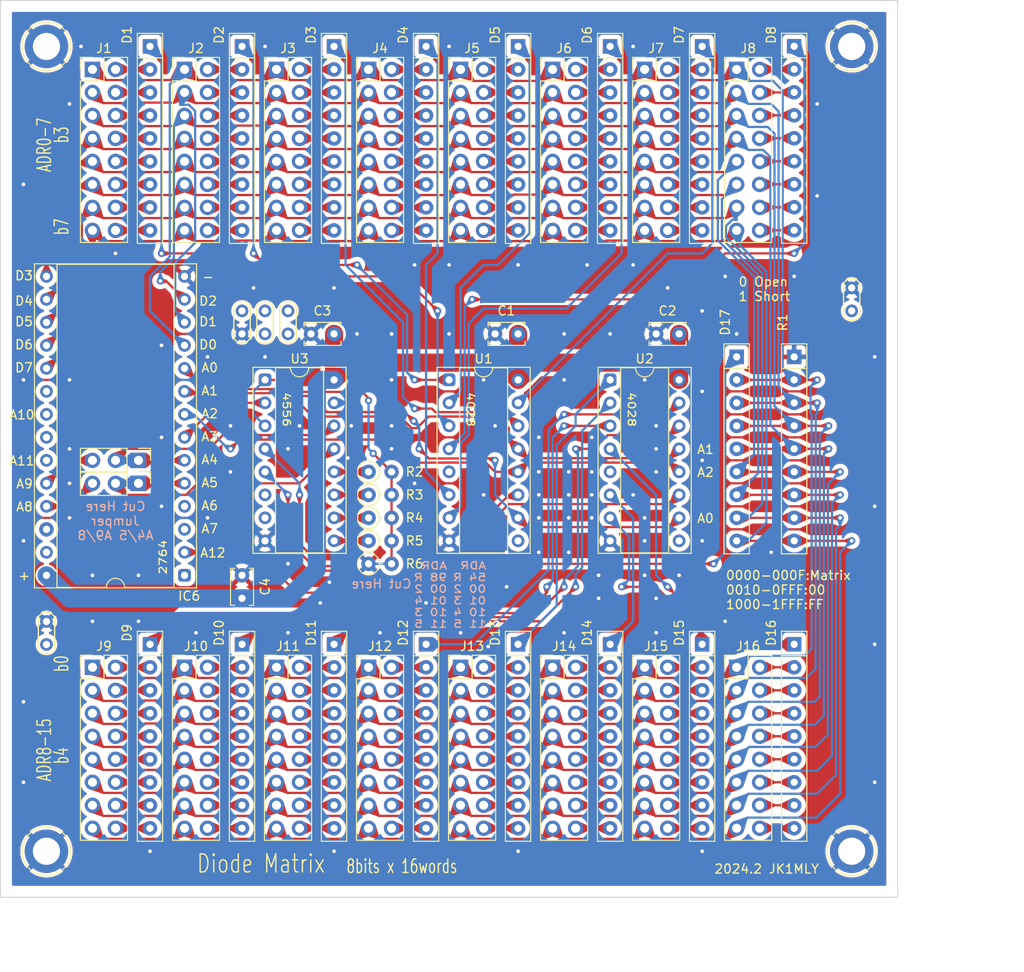
<source format=kicad_pcb>
(kicad_pcb (version 20221018) (generator pcbnew)
  (layers (0 "F.Cu" signal) (31 "B.Cu" signal) (34 "B.Paste" user) (35 "F.Paste" user) (36 "B.SilkS" user "B.Silkscreen") (37 "F.SilkS" user "F.Silkscreen") (38 "B.Mask" user) (39 "F.Mask" user) (44 "Edge.Cuts" user))
  (net 0 "")
  (net 1 "+3.3V")
  (net 2 "GND")
  (net 7 "/ROM_A6")
  (net 8 "/ROM_A5")
  (net 9 "/ROM_A4")
  (net 10 "/ROM_A3")
  (net 11 "/ROM_A2")
  (net 12 "/ROM_A1")
  (net 13 "/ROM_A0")
  (net 14 "/ROM_A7")
  (net 18 "/ROM_A9")
  (net 19 "/DAT0")
  (net 20 "/DAT1")
  (net 21 "/DAT2")
  (net 22 "/DAT3")
  (net 23 "/DAT4")
  (net 24 "/DAT5")
  (net 25 "/DAT7")
  (net 26 "/ADR00")
  (net 27 "/DAT6")
  (net 28 "/ADR02")
  (net 29 "/ADR03")
  (net 30 "/ADR11")
  (net 31 "/ADR12")
  (net 32 "/ADR01")
  (net 33 "/ADR10")
  (net 34 "/ADR04")
  (net 35 "/ADR07")
  (net 37 "/ADR05")
  (net 38 "/ADR06")
  (net 40 "/ADR14")
  (net 41 "/ADR17")
  (net 43 "/ADR15")
  (net 44 "/ADR16")
  (net 46 "Net-(U2-D)")
  (net 47 "/ADR13")
  (net 48 "/ROM_A8")
  (net 49 "Net-(U1-D)")
  (net 52 "Net-(D1-R1)")
  (net 53 "Net-(D1-R2)")
  (net 54 "Net-(D1-R3)")
  (net 55 "Net-(D1-R4)")
  (net 56 "Net-(D1-R5)")
  (net 57 "Net-(D1-R6)")
  (net 58 "Net-(D1-R7)")
  (net 59 "Net-(D1-R8)")
  (net 60 "Net-(D2-R1)")
  (net 61 "Net-(D2-R2)")
  (net 62 "Net-(D2-R3)")
  (net 63 "Net-(D2-R4)")
  (net 64 "Net-(D2-R5)")
  (net 65 "Net-(D2-R6)")
  (net 66 "Net-(D2-R7)")
  (net 67 "Net-(D2-R8)")
  (net 68 "Net-(D3-R1)")
  (net 69 "Net-(D3-R2)")
  (net 70 "Net-(D3-R3)")
  (net 71 "Net-(D3-R4)")
  (net 72 "Net-(D3-R5)")
  (net 73 "Net-(D3-R6)")
  (net 74 "Net-(D3-R7)")
  (net 75 "Net-(D3-R8)")
  (net 76 "Net-(D4-R1)")
  (net 77 "Net-(D4-R2)")
  (net 78 "Net-(D4-R3)")
  (net 79 "Net-(D4-R4)")
  (net 80 "Net-(D4-R5)")
  (net 81 "Net-(D4-R6)")
  (net 82 "Net-(D4-R7)")
  (net 83 "Net-(D4-R8)")
  (net 84 "Net-(D5-R1)")
  (net 85 "Net-(D5-R2)")
  (net 86 "Net-(D5-R3)")
  (net 87 "Net-(D5-R4)")
  (net 88 "Net-(D5-R5)")
  (net 89 "Net-(D5-R6)")
  (net 90 "Net-(D5-R7)")
  (net 91 "Net-(D5-R8)")
  (net 92 "Net-(D6-R1)")
  (net 93 "Net-(D6-R2)")
  (net 94 "Net-(D6-R3)")
  (net 95 "Net-(D6-R4)")
  (net 96 "Net-(D6-R5)")
  (net 97 "Net-(D6-R6)")
  (net 98 "Net-(D6-R7)")
  (net 99 "Net-(D6-R8)")
  (net 100 "Net-(D7-R1)")
  (net 101 "Net-(D7-R2)")
  (net 102 "Net-(D7-R3)")
  (net 103 "Net-(D7-R4)")
  (net 104 "Net-(D7-R5)")
  (net 105 "Net-(D7-R6)")
  (net 106 "Net-(D7-R7)")
  (net 107 "Net-(D7-R8)")
  (net 108 "Net-(D8-R1)")
  (net 109 "Net-(D8-R2)")
  (net 110 "Net-(D8-R3)")
  (net 111 "Net-(D8-R4)")
  (net 112 "Net-(D8-R5)")
  (net 113 "Net-(D8-R6)")
  (net 114 "Net-(D8-R7)")
  (net 115 "Net-(D8-R8)")
  (net 116 "Net-(D9-R1)")
  (net 117 "Net-(D9-R2)")
  (net 118 "Net-(D9-R3)")
  (net 119 "Net-(D9-R4)")
  (net 120 "Net-(D9-R5)")
  (net 121 "Net-(D9-R6)")
  (net 122 "Net-(D9-R7)")
  (net 123 "Net-(D9-R8)")
  (net 124 "Net-(D10-R1)")
  (net 125 "Net-(D10-R2)")
  (net 126 "Net-(D10-R3)")
  (net 127 "Net-(D10-R4)")
  (net 128 "Net-(D10-R5)")
  (net 129 "Net-(D10-R6)")
  (net 130 "Net-(D10-R7)")
  (net 131 "Net-(D10-R8)")
  (net 132 "Net-(D11-R1)")
  (net 133 "Net-(D11-R2)")
  (net 134 "Net-(D11-R3)")
  (net 135 "Net-(D11-R4)")
  (net 136 "Net-(D11-R5)")
  (net 137 "Net-(D11-R6)")
  (net 138 "Net-(D11-R7)")
  (net 139 "Net-(D11-R8)")
  (net 140 "Net-(D12-R1)")
  (net 141 "Net-(D12-R2)")
  (net 142 "Net-(D12-R3)")
  (net 143 "Net-(D12-R4)")
  (net 144 "Net-(D12-R5)")
  (net 145 "Net-(D12-R6)")
  (net 146 "Net-(D12-R7)")
  (net 147 "Net-(D12-R8)")
  (net 148 "Net-(D13-R1)")
  (net 149 "Net-(D13-R2)")
  (net 150 "Net-(D13-R3)")
  (net 151 "Net-(D13-R4)")
  (net 152 "Net-(D13-R5)")
  (net 153 "Net-(D13-R6)")
  (net 154 "Net-(D13-R7)")
  (net 155 "Net-(D13-R8)")
  (net 156 "Net-(D14-R1)")
  (net 157 "Net-(D14-R2)")
  (net 158 "Net-(D14-R3)")
  (net 159 "Net-(D14-R4)")
  (net 160 "Net-(D14-R5)")
  (net 161 "Net-(D14-R6)")
  (net 162 "Net-(D14-R7)")
  (net 163 "Net-(D14-R8)")
  (net 164 "Net-(D15-R1)")
  (net 165 "Net-(D15-R2)")
  (net 166 "Net-(D15-R3)")
  (net 167 "Net-(D15-R4)")
  (net 168 "Net-(D15-R5)")
  (net 169 "Net-(D15-R6)")
  (net 170 "Net-(D15-R7)")
  (net 171 "Net-(D15-R8)")
  (net 172 "Net-(D16-R1)")
  (net 173 "Net-(D16-R2)")
  (net 174 "Net-(D16-R3)")
  (net 175 "Net-(D16-R4)")
  (net 176 "Net-(D16-R5)")
  (net 177 "Net-(D16-R6)")
  (net 178 "Net-(D16-R7)")
  (net 179 "Net-(D16-R8)")
  (net 180 "Net-(U3B-~{Q0})")
  (net 181 "Net-(U3B-~{Q1})")
  (net 182 "Net-(U3B-~{Q2})")
  (net 183 "Net-(U3B-~{Q3})")
  (net 184 "/ROM_A12")
  (footprint "Connector_PinHeader_2.54mm:PinHeader_2x08_P2.54mm_Vertical" (layer "F.Cu") (at 154.94 45.72)
    (fp_text reference "J6")
    (fp_text value "02x08")
  )
  (footprint "Connector_PinHeader_2.54mm:PinHeader_2x08_P2.54mm_Vertical" (layer "F.Cu") (at 114.3 45.72)
    (fp_text reference "J2")
    (fp_text value "02x08")
  )
  (footprint "Resistor_THT:R_Array_SIP9" (layer "F.Cu") (at 175.26 77.47 -90)
    (fp_text reference "D17")
    (fp_text value "AE880")
  )
  (footprint "Resistor_THT:R_Array_SIP9" (layer "F.Cu") (at 181.61 43.165 -90)
    (fp_text reference "D8")
    (fp_text value "AE880")
  )
  (footprint "Connector_PinHeader_2.54mm:PinHeader_2x08_P2.54mm_Vertical" (layer "F.Cu") (at 134.62 111.76)
    (fp_text reference "J12")
    (fp_text value "02x08")
  )
  (footprint "usr-Library:R_Axial_DIN0207_L6.3mm_D2.2mm_P2.54mm_Vertical" (layer "F.Cu") (at 134.62 90.17)
    (fp_text reference "R2")
    (fp_text value "10")
  )
  (footprint "Connector_PinHeader_2.54mm:PinHeader_2x08_P2.54mm_Vertical" (layer "F.Cu") (at 165.1 111.76)
    (fp_text reference "J15")
    (fp_text value "02x08")
  )
  (footprint "Resistor_THT:R_Array_SIP9" (layer "F.Cu") (at 151.13 109.22 -90)
    (fp_text reference "D13")
    (fp_text value "AE880")
  )
  (footprint "Connector_PinHeader_2.54mm:PinHeader_2x08_P2.54mm_Vertical" (layer "F.Cu") (at 175.26 111.76)
    (fp_text reference "J16")
    (fp_text value "02x08")
  )
  (footprint "usr-Library:TestPoint_Drill3mm" (layer "F.Cu") (at 99.06 132.08)
    (fp_text reference "TP3" hide)
    (fp_text value "M2.6")
  )
  (footprint "usr-Library:TestPoint_Drill3mm" (layer "F.Cu") (at 99.06 43.18)
    (fp_text reference "TP1" hide)
    (fp_text value "M2.6")
  )
  (footprint "Resistor_THT:R_Array_SIP9" (layer "F.Cu") (at 171.45 43.18 -90)
    (fp_text reference "D7")
    (fp_text value "AE880")
  )
  (footprint "Connector_PinHeader_2.54mm:PinHeader_2x08_P2.54mm_Vertical" (layer "F.Cu") (at 134.62 45.72)
    (fp_text reference "J4")
    (fp_text value "02x08")
  )
  (footprint "Resistor_THT:R_Array_SIP9" (layer "F.Cu") (at 130.81 43.18 -90)
    (fp_text reference "D3")
    (fp_text value "AE880")
  )
  (footprint "Resistor_THT:R_Array_SIP9" (layer "F.Cu") (at 181.61 77.47 -90)
    (fp_text reference "R1")
    (fp_text value "10kx8")
  )
  (footprint "TestPoint:TestPoint_2Pads_Pitch2.54mm_Drill0.8mm" (layer "F.Cu") (at 125.73 74.93 90)
    (fp_text reference "TP9" hide)
    (fp_text value "GND")
  )
  (footprint "Resistor_THT:R_Array_SIP9" (layer "F.Cu") (at 161.29 109.22 -90)
    (fp_text reference "D14")
    (fp_text value "AE880")
  )
  (footprint "usr-Library:DIP-16_W7.62mm_Socket_mini" (layer "F.Cu") (at 143.51 80.01)
    (fp_text reference "U1")
    (fp_text value "4028")
  )
  (footprint "Connector_PinHeader_2.54mm:PinHeader_2x08_P2.54mm_Vertical" (layer "F.Cu") (at 165.1 45.72)
    (fp_text reference "J7")
    (fp_text value "02x08")
  )
  (footprint "usr-Library:R_Axial_DIN0207_L6.3mm_D2.2mm_P2.54mm_Vertical" (layer "F.Cu") (at 134.62 100.33)
    (fp_text reference "R6")
    (fp_text value "10")
  )
  (footprint "Resistor_THT:R_Array_SIP9" (layer "F.Cu") (at 181.61 109.22 -90)
    (fp_text reference "D16")
    (fp_text value "AE880")
  )
  (footprint "usr-Library:C_Disc_P2.54mm" (layer "F.Cu") (at 148.59 74.93)
    (fp_text reference "C1")
    (fp_text value "0.1u")
  )
  (footprint "Connector_PinHeader_2.54mm:PinHeader_2x08_P2.54mm_Vertical" (layer "F.Cu") (at 124.46 45.72)
    (fp_text reference "J3")
    (fp_text value "02x08")
  )
  (footprint "TestPoint:TestPoint_2Pads_Pitch2.54mm_Drill0.8mm" (layer "F.Cu") (at 123.19 74.93 90)
    (fp_text reference "TP8" hide)
    (fp_text value "GND")
  )
  (footprint "Resistor_THT:R_Array_SIP9" (layer "F.Cu") (at 140.97 43.18 -90)
    (fp_text reference "D4")
    (fp_text value "AE880")
  )
  (footprint "Connector_PinHeader_2.54mm:PinHeader_2x08_P2.54mm_Vertical" (layer "F.Cu") (at 175.26 45.72)
    (fp_text reference "J8")
    (fp_text value "02x08")
  )
  (footprint "usr-Library:R_Axial_DIN0207_L6.3mm_D2.2mm_P2.54mm_Vertical" (layer "F.Cu") (at 134.62 97.79)
    (fp_text reference "R5")
    (fp_text value "10")
  )
  (footprint "TestPoint:TestPoint_2Pads_Pitch2.54mm_Drill0.8mm" (layer "F.Cu") (at 187.96 69.85 -90)
    (fp_text reference "TP6" hide)
    (fp_text value "GND")
  )
  (footprint "Resistor_THT:R_Array_SIP9" (layer "F.Cu") (at 140.97 109.22 -90)
    (fp_text reference "D12")
    (fp_text value "AE880")
  )
  (footprint "Resistor_THT:R_Array_SIP9" (layer "F.Cu") (at 110.49 43.18 -90)
    (fp_text reference "D1")
    (fp_text value "AE880")
  )
  (footprint "Resistor_THT:R_Array_SIP9" (layer "F.Cu") (at 110.49 109.22 -90)
    (fp_text reference "D9")
    (fp_text value "AE880")
  )
  (footprint "Connector_PinHeader_2.54mm:PinHeader_1x03_P2.54mm_Vertical" (layer "F.Cu") (at 109.22 91.44 -90)
    (fp_text reference "J18" hide)
    (fp_text value "01x03")
  )
  (footprint "TestPoint:TestPoint_2Pads_Pitch2.54mm_Drill0.8mm" (layer "F.Cu") (at 99.06 106.7 -90)
    (fp_text reference "TP5" hide)
    (fp_text value "GND")
  )
  (footprint "usr-Library:TestPoint_Drill3mm" (layer "F.Cu") (at 187.96 43.18)
    (fp_text reference "TP2" hide)
    (fp_text value "M2.6")
  )
  (footprint "Resistor_THT:R_Array_SIP9" (layer "F.Cu") (at 171.45 109.22 -90)
    (fp_text reference "D15")
    (fp_text value "AE880")
  )
  (footprint "Connector_PinHeader_2.54mm:PinHeader_2x08_P2.54mm_Vertical" (layer "F.Cu") (at 104.14 45.72)
    (fp_text reference "J1")
    (fp_text value "02x08")
  )
  (footprint "Resistor_THT:R_Array_SIP9" (layer "F.Cu") (at 161.29 43.18 -90)
    (fp_text reference "D6")
    (fp_text value "AE880")
  )
  (footprint "usr-Library:R_Axial_DIN0207_L6.3mm_D2.2mm_P2.54mm_Vertical" (layer "F.Cu") (at 134.62 95.25)
    (fp_text reference "R4")
    (fp_text value "10")
  )
  (footprint "usr-Library:TestPoint_Drill3mm" (layer "F.Cu") (at 187.96 132.08)
    (fp_text reference "TP4" hide)
    (fp_text value "M2.6")
  )
  (footprint "usr-Library:C_Disc_P2.54mm" (layer "F.Cu") (at 166.37 74.93)
    (fp_text reference "C2")
    (fp_text value "0.1u")
  )
  (footprint "usr-Library:DIP-28_W15.24mm_Socket_mini" (layer "F.Cu") (at 114.3 101.6 180)
    (fp_text reference "IC6")
    (fp_text value "2764")
  )
  (footprint "Connector_PinHeader_2.54mm:PinHeader_2x08_P2.54mm_Vertical" (layer "F.Cu") (at 144.78 45.72)
    (fp_text reference "J5")
    (fp_text value "02x08")
  )
  (footprint "Connector_PinHeader_2.54mm:PinHeader_2x08_P2.54mm_Vertical" (layer "F.Cu") (at 154.94 111.76)
    (fp_text reference "J14")
    (fp_text value "02x08")
  )
  (footprint "usr-Library:C_Disc_P2.54mm" (layer "F.Cu") (at 128.27 74.93)
    (fp_text reference "C3")
    (fp_text value "0.1u")
  )
  (footprint "usr-Library:DIP-16_W7.62mm_Socket_mini" (layer "F.Cu") (at 161.29 80.01)
    (fp_text reference "U2")
    (fp_text value "4028")
  )
  (footprint "Resistor_THT:R_Array_SIP9" (layer "F.Cu") (at 151.13 43.18 -90)
    (fp_text reference "D5")
    (fp_text value "AE880")
  )
  (footprint "Resistor_THT:R_Array_SIP9" (layer "F.Cu") (at 120.65 109.22 -90)
    (fp_text reference "D10")
    (fp_text value "AE880")
  )
  (footprint "usr-Library:R_Axial_DIN0207_L6.3mm_D2.2mm_P2.54mm_Vertical" (layer "F.Cu") (at 134.62 92.71)
    (fp_text reference "R3")
    (fp_text value "10")
  )
  (footprint "Connector_PinHeader_2.54mm:PinHeader_2x08_P2.54mm_Vertical" (layer "F.Cu") (at 114.3 111.76)
    (fp_text reference "J10")
    (fp_text value "02x08")
  )
  (footprint "usr-Library:DIP-16_W7.62mm_Socket_mini" (layer "F.Cu") (at 123.19 80.01)
    (fp_text reference "U3")
    (fp_text value "4556")
  )
  (footprint "Connector_PinHeader_2.54mm:PinHeader_2x08_P2.54mm_Vertical" (layer "F.Cu") (at 124.46 111.76)
    (fp_text reference "J11")
    (fp_text value "02x08")
  )
  (footprint "Resistor_THT:R_Array_SIP9" (layer "F.Cu") (at 130.81 109.22 -90)
    (fp_text reference "D11")
    (fp_text value "AE880")
  )
  (footprint "Resistor_THT:R_Array_SIP9" (layer "F.Cu") (at 120.65 43.18 -90)
    (fp_text reference "D2")
    (fp_text value "AE880")
  )
  (footprint "Connector_PinHeader_2.54mm:PinHeader_2x08_P2.54mm_Vertical" (layer "F.Cu") (at 104.14 111.76)
    (fp_text reference "J9")
    (fp_text value "02x08")
  )
  (footprint "Connector_PinHeader_2.54mm:PinHeader_2x08_P2.54mm_Vertical" (layer "F.Cu") (at 144.78 111.76)
    (fp_text reference "J13")
    (fp_text value "02x08")
  )
  (footprint "TestPoint:TestPoint_2Pads_Pitch2.54mm_Drill0.8mm" (layer "F.Cu") (at 120.65 74.93 90)
    (fp_text reference "TP7" hide)
    (fp_text value "GND")
  )
  (footprint "usr-Library:C_Disc_P2.54mm" (layer "F.Cu") (at 120.65 101.6 -90)
    (fp_text reference "C4")
    (fp_text value "0.1u")
  )
  (footprint "Connector_PinHeader_2.54mm:PinHeader_1x03_P2.54mm_Vertical" (layer "F.Cu") (at 109.22 88.9 -90)
    (fp_text reference "J17" hide)
    (fp_text value "01x03")
  )
  (gr_line (start 193.04 38.1) (end 93.98 38.1) (stroke (width 0.1)) (layer "Edge.Cuts"))
  (gr_line (start 93.98 38.1) (end 93.98 137.16) (stroke (width 0.1)) (layer "Edge.Cuts"))
  (gr_line (start 193.04 137.16) (end 193.04 38.1) (stroke (width 0.1)) (layer "Edge.Cuts"))
  (gr_line (start 93.98 137.16) (end 193.04 137.16) (stroke (width 0.1)) (layer "Edge.Cuts"))
  (gr_text "ADR\n98 R\n00 2\n01 4\n10 3\n11 5" (at 143.383 107.442) (layer "B.SilkS") (effects (font (size 0.8 1)) (justify left bottom mirror)))
  (gr_text "Cut Here\nJumper\nA4/5 A9/8" (at 106.68 97.79) (layer "B.SilkS") (effects (font (size 1 1)) (justify bottom mirror)))
  (gr_text "ADR\n54 R\n00 2\n01 3\n10 4\n11 5" (at 147.701 107.442) (layer "B.SilkS") (effects (font (size 0.8 1)) (justify left bottom mirror)))
  (gr_text "Cut Here" (at 139.446 103.124) (layer "B.SilkS") (effects (font (size 1 1)) (justify left bottom mirror)))
  (gr_text "D3" (at 95.504 69.088) (layer "F.SilkS") (effects (font (size 1 1)) (justify left bottom)))
  (gr_text "A7" (at 116.078 97.028) (layer "F.SilkS") (effects (font (size 1 1)) (justify left bottom)))
  (gr_text "A2" (at 170.815 90.805) (layer "F.SilkS") (effects (font (size 1 1)) (justify left bottom)))
  (gr_text "Diode Matrix" (at 115.57 134.62) (layer "F.SilkS") (effects (font (size 2 1.5)) (justify left bottom)))
  (gr_text "D1" (at 115.824 74.168) (layer "F.SilkS") (effects (font (size 1 1)) (justify left bottom)))
  (gr_text "0000-000F:Matrix\n0010-0FFF:00\n1000-1FFF:FF" (at 173.99 105.41) (layer "F.SilkS") (effects (font (size 1 1)) (justify left bottom)))
  (gr_text "A9" (at 95.631 92.075) (layer "F.SilkS") (effects (font (size 1 1)) (justify left bottom)))
  (gr_text "b0" (at 101.6 112.395 90) (layer "F.SilkS") (effects (font (size 1.5 1)) (justify left bottom)))
  (gr_text "2024.2 JK1MLY" (at 172.72 134.62) (layer "F.SilkS") (effects (font (size 1 1)) (justify left bottom)))
  (gr_text "A0" (at 170.815 95.885) (layer "F.SilkS") (effects (font (size 1 1)) (justify left bottom)))
  (gr_text "4556" (at 125.095 81.28 270) (layer "F.SilkS") (effects (font (size 0.8 1)) (justify left bottom)))
  (gr_text "4028" (at 163.195 81.28 270) (layer "F.SilkS") (effects (font (size 0.8 1)) (justify left bottom)))
  (gr_text "4028" (at 145.415 81.28 270) (layer "F.SilkS") (effects (font (size 0.8 1)) (justify left bottom)))
  (gr_text "A0" (at 116.078 79.248) (layer "F.SilkS") (effects (font (size 1 1)) (justify left bottom)))
  (gr_text "0 Open\n1 Short" (at 175.387 71.374) (layer "F.SilkS") (effects (font (size 1 1)) (justify left bottom)))
  (gr_text "+" (at 95.885 102.235) (layer "F.SilkS") (effects (font (size 1 1)) (justify left bottom)))
  (gr_text "D4" (at 95.504 71.882) (layer "F.SilkS") (effects (font (size 1 1)) (justify left bottom)))
  (gr_text "b7" (at 101.6 64.135 90) (layer "F.SilkS") (effects (font (size 1.5 1)) (justify left bottom)))
  (gr_text "A5" (at 116.078 91.948) (layer "F.SilkS") (effects (font (size 1 1)) (justify left bottom)))
  (gr_text "b4" (at 101.6 122.555 90) (layer "F.SilkS") (effects (font (size 1.5 1)) (justify left bottom)))
  (gr_text "ADR8-15" (at 99.695 124.46 90) (layer "F.SilkS") (effects (font (size 1.5 1)) (justify left bottom)))
  (gr_text "D7" (at 95.504 79.248) (layer "F.SilkS") (effects (font (size 1 1)) (justify left bottom)))
  (gr_text "D6" (at 95.504 76.708) (layer "F.SilkS") (effects (font (size 1 1)) (justify left bottom)))
  (gr_text "A12" (at 115.951 99.695) (layer "F.SilkS") (effects (font (size 1 1)) (justify left bottom)))
  (gr_text "D2" (at 115.824 71.882) (layer "F.SilkS") (effects (font (size 1 1)) (justify left bottom)))
  (gr_text "A2" (at 116.078 84.328) (layer "F.SilkS") (effects (font (size 1 1)) (justify left bottom)))
  (gr_text "b3" (at 101.6 53.975 90) (layer "F.SilkS") (effects (font (size 1.5 1)) (justify left bottom)))
  (gr_text "2764" (at 112.395 101.6 90) (layer "F.SilkS") (effects (font (size 0.8 1)) (justify left bottom)))
  (gr_text "D5" (at 95.504 74.168) (layer "F.SilkS") (effects (font (size 1 1)) (justify left bottom)))
  (gr_text "ADR0-7" (at 99.695 57.15 90) (layer "F.SilkS") (effects (font (size 1.5 1)) (justify left bottom)))
  (gr_text "A1" (at 116.078 81.788) (layer "F.SilkS") (effects (font (size 1 1)) (justify left bottom)))
  (gr_text "D0" (at 115.824 76.708) (layer "F.SilkS") (effects (font (size 1 1)) (justify left bottom)))
  (gr_text "-" (at 116.205 69.215) (layer "F.SilkS") (effects (font (size 1 1)) (justify left bottom)))
  (gr_text "8bits x 16words" (at 132.08 134.62) (layer "F.SilkS") (effects (font (size 1.5 1)) (justify left bottom)))
  (gr_text "A10" (at 94.869 84.455) (layer "F.SilkS") (effects (font (size 1 1)) (justify left bottom)))
  (gr_text "A6" (at 116.078 94.488) (layer "F.SilkS") (effects (font (size 1 1)) (justify left bottom)))
  (gr_text "A11" (at 94.869 89.535) (layer "F.SilkS") (effects (font (size 1 1)) (justify left bottom)))
  (gr_text "A4" (at 116.078 89.408) (layer "F.SilkS") (effects (font (size 1 1)) (justify left bottom)))
  (gr_text "A1" (at 170.815 88.265) (layer "F.SilkS") (effects (font (size 1 1)) (justify left bottom)))
  (gr_text "A8" (at 95.631 94.615) (layer "F.SilkS") (effects (font (size 1 1)) (justify left bottom)))
  (gr_text "A3" (at 116.078 86.868) (layer "F.SilkS") (effects (font (size 1 1)) (justify left bottom)))
  (segment (start 149.23 78.11) (end 151.13 80.01) (width 2) (layer "F.Cu") (net 1))
  (segment (start 151.13 74.93) (end 151.13 80.01) (width 2) (layer "F.Cu") (net 1))
  (segment (start 168.91 74.93) (end 168.91 80.01) (width 2) (layer "F.Cu") (net 1))
  (segment (start 130.81 80.01) (end 132.71 78.11) (width 2) (layer "F.Cu") (net 1))
  (segment (start 151.13 80.01) (end 153.03 78.11) (width 2) (layer "F.Cu") (net 1))
  (segment (start 153.03 78.11) (end 167.01 78.11) (width 2) (layer "F.Cu") (net 1))
  (segment (start 167.01 78.11) (end 168.91 80.01) (width 2) (layer "F.Cu") (net 1))
  (segment (start 130.81 74.93) (end 130.81 80.01) (width 2) (layer "F.Cu") (net 1))
  (segment (start 132.71 78.11) (end 149.23 78.11) (width 2) (layer "F.Cu") (net 1))
  (segment (start 130.81 80.01) (end 129.54 80.01) (width 2) (layer "B.Cu") (net 1))
  (segment (start 128.91 100.96) (end 125.73 104.14) (width 2) (layer "B.Cu") (net 1))
  (segment (start 120.65 104.14) (end 101.6 104.14) (width 2) (layer "B.Cu") (net 1))
  (segment (start 128.91 80.64) (end 128.91 100.96) (width 2) (layer "B.Cu") (net 1))
  (segment (start 125.73 104.14) (end 120.65 104.14) (width 2) (layer "B.Cu") (net 1))
  (segment (start 129.54 80.01) (end 128.91 80.64) (width 2) (layer "B.Cu") (net 1))
  (segment (start 101.6 104.14) (end 99.06 101.6) (width 2) (layer "B.Cu") (net 1))
  (segment (start 189.23 96.52) (end 172.72 96.52) (width 0.25) (layer "F.Cu") (net 2))
  (segment (start 147.32 91.44) (end 147.32 92.71) (width 0.25) (layer "F.Cu") (net 2))
  (segment (start 187.96 88.9) (end 171.45 88.9) (width 0.25) (layer "F.Cu") (net 2))
  (segment (start 133.913 81.335) (end 127 81.335) (width 0.25) (layer "F.Cu") (net 2))
  (segment (start 96.52 95.25) (end 96.52 97.79) (width 0.25) (layer "F.Cu") (net 2))
  (segment (start 137.16 92.71) (end 137.16 90.17) (width 0.25) (layer "F.Cu") (net 2))
  (segment (start 172.72 91.44) (end 172.72 93.98) (width 0.25) (layer "F.Cu") (net 2))
  (segment (start 147.32 86.36) (end 148.59 85.09) (width 0.25) (layer "F.Cu") (net 2))
  (segment (start 187.96 83.82) (end 171.45 83.82) (width 0.25) (layer "F.Cu") (net 2))
  (segment (start 172.72 96.52) (end 171.45 97.79) (width 0.25) (layer "F.Cu") (net 2))
  (segment (start 111.76 74.93) (end 118.11 74.93) (width 0.25) (layer "F.Cu") (net 2))
  (segment (start 146.05 81.28) (end 137.16 81.28) (width 0.25) (layer "F.Cu") (net 2))
  (segment (start 187.96 86.36) (end 187.96 88.9) (width 0.25) (layer "F.Cu") (net 2))
  (segment (start 120.65 77.47) (end 123.19 77.47) (width 0.25) (layer "F.Cu") (net 2))
  (segment (start 135.128 88.138) (end 137.16 90.17) (width 0.25) (layer "F.Cu") (net 2))
  (segment (start 147.32 80.01) (end 146.05 81.28) (width 0.25) (layer "F.Cu") (net 2))
  (segment (start 134.62 82.042) (end 133.913 81.335) (width 0.25) (layer "F.Cu") (net 2))
  (segment (start 134.62 82.296) (end 134.62 82.042) (width 0.25) (layer "F.Cu") (net 2))
  (segment (start 171.45 81.28) (end 187.96 81.28) (width 0.25) (layer "F.Cu") (net 2))
  (segment (start 137.16 100.33) (end 137.16 97.79) (width 0.25) (layer "F.Cu") (net 2))
  (segment (start 190.5 91.44) (end 172.72 91.44) (width 0.25) (layer "F.Cu") (net 2))
  (segment (start 187.96 81.28) (end 187.96 83.82) (width 0.25) (layer "F.Cu") (net 2))
  (segment (start 172.72 93.98) (end 189.23 93.98) (width 0.25) (layer "F.Cu") (net 2))
  (segment (start 138.43 86.36) (end 147.32 86.36) (width 0.25) (layer "F.Cu") (net 2))
  (segment (start 118.11 74.93) (end 120.65 77.47) (width 0.25) (layer "F.Cu") (net 2))
  (segment (start 111.76 76.2) (end 111.76 74.93) (width 0.25) (layer "F.Cu") (net 2))
  (segment (start 137.16 97.79) (end 137.16 95.25) (width 0.25) (layer "F.Cu") (net 2))
  (segment (start 190.5 93.98) (end 190.5 91.44) (width 0.25) (layer "F.Cu") (net 2))
  (segment (start 127 81.335) (end 125.675 80.01) (width 0.25) (layer "F.Cu") (net 2))
  (segment (start 137.16 92.71) (end 137.16 95.25) (width 0.25) (layer "F.Cu") (net 2))
  (segment (start 189.23 93.98) (end 189.23 96.52) (width 0.25) (layer "F.Cu") (net 2))
  (segment (start 139.7 91.44) (end 147.32 91.44) (width 0.25) (layer "F.Cu") (net 2))
  (segment (start 171.45 83.82) (end 171.45 86.36) (width 0.25) (layer "F.Cu") (net 2))
  (segment (start 116.84 95.25) (end 96.52 95.25) (width 0.25) (layer "F.Cu") (net 2))
  (segment (start 137.16 85.09) (end 138.43 86.36) (width 0.25) (layer "F.Cu") (net 2))
  (segment (start 171.45 86.36) (end 187.96 86.36) (width 0.25) (layer "F.Cu") (net 2))
  (segment (start 96.52 80.01) (end 101.6 80.01) (width 0.25) (layer "F.Cu") (net 2))
  (segment (start 137.16 81.28) (end 137.16 80.01) (width 0.25) (layer "F.Cu") (net 2))
  (segment (start 125.675 80.01) (end 123.19 80.01) (width 0.25) (layer "F.Cu") (net 2))
  (via (at 116.84 95.25) (size 0.8) (drill 0.4) (layers "F.Cu" "B.Cu") (net 2))
  (via (at 156.718 95.25) (size 0.8) (drill 0.4) (layers "F.Cu" "B.Cu") (net 2))
  (via (at 109.22 101.6) (size 0.8) (drill 0.4) (layers "F.Cu" "B.Cu") (net 2))
  (via (at 96.52 58.42) (size 0.8) (drill 0.4) (layers "F.Cu" "B.Cu") (net 2))
  (via (at 104.14 101.6) (size 0.8) (drill 0.4) (layers "F.Cu" "B.Cu") (net 2))
  (via (at 166.37 90.17) (size 0.8) (drill 0.4) (layers "F.Cu" "B.Cu") (net 2))
  (via (at 156.718 90.17) (size 0.8) (drill 0.4) (layers "F.Cu" "B.Cu") (net 2))
  (via (at 149.86 99.06) (size 0.8) (drill 0.4) (layers "F.Cu" "B.Cu") (net 2))
  (via (at 171.45 81.28) (size 0.8) (drill 0.4) (layers "F.Cu" "B.Cu") (net 2))
  (via (at 179.07 99.06) (size 0.8) (drill 0.4) (layers "F.Cu" "B.Cu") (net 2))
  (via (at 168.91 101.6) (size 0.8) (drill 0.4) (layers "F.Cu" "B.Cu") (net 2))
  (via (at 153.416 86.36) (size 0.8) (drill 0.4) (layers "F.Cu" "B.Cu") (net 2))
  (via (at 148.59 85.09) (size 0.8) (drill 0.4) (layers "F.Cu" "B.Cu") (net 2))
  (via (at 156.21 107.95) (size 0.8) (drill 0.4) (layers "F.Cu" "B.Cu") (net 2))
  (via (at 156.21 74.93) (size 0.8) (drill 0.4) (layers "F.Cu" "B.Cu") (net 2))
  (via (at 158.75 67.31) (size 0.8) (drill 0.4) (layers "F.Cu" "B.Cu") (net 2))
  (via (at 133.35 74.93) (size 0.8) (drill 0.4) (layers "F.Cu" "B.Cu") (net 2))
  (via (at 153.416 99.06) (size 0.8) (drill 0.4) (layers "F.Cu" "B.Cu") (net 2))
  (via (at 132.715 85.09) (size 0.8) (drill 0.4) (layers "F.Cu" "B.Cu") (net 2))
  (via (at 175.26 74.93) (size 0.8) (drill 0.4) (layers "F.Cu" "B.Cu") (net 2))
  (via (at 123.19 77.47) (size 0.8) (drill 0.4) (layers "F.Cu" "B.Cu") (net 2))
  (via (at 140.97 104.648) (size 0.8) (drill 0.4) (layers "F.Cu" "B.Cu") (net 2))
  (via (at 110.49 132.08) (size 0.8) (drill 0.4) (layers "F.Cu" "B.Cu") (net 2))
  (via (at 101.6 80.01) (size 0.8) (drill 0.4) (layers "F.Cu" "B.Cu") (net 2))
  (via (at 166.37 107.95) (size 0.8) (drill 0.4) (layers "F.Cu" "B.Cu") (net 2))
  (via (at 111.76 76.2) (size 0.8) (drill 0.4) (layers "F.Cu" "B.Cu") (net 2))
  (via (at 173.99 68.58) (size 0.8) (drill 0.4) (layers "F.Cu" "B.Cu") (net 2))
  (via (at 139.7 67.31) (size 0.8) (drill 0.4) (layers "F.Cu" "B.Cu") (net 2))
  (via (at 160.02 101.6) (size 0.8) (drill 0.4) (layers "F.Cu" "B.Cu") (net 2))
  (via (at 163.83 43.18) (size 0.8) (drill 0.4) (layers "F.Cu" "B.Cu") (net 2))
  (via (at 159.258 95.25) (size 0.8) (drill 0.4) (layers "F.Cu" "B.Cu") (net 2))
  (via (at 173.99 106.68) (size 0.8) (drill 0.4) (layers "F.Cu" "B.Cu") (net 2))
  (via (at 143.51 74.93) (size 0.8) (drill 0.4) (layers "F.Cu" "B.Cu") (net 2))
  (via (at 111.76 93.98) (size 0.8) (drill 0.4) (layers "F.Cu" "B.Cu") (net 2))
  (via (at 190.5 93.98) (size 0.8) (drill 0.4) (layers "F.Cu" "B.Cu") (net 2))
  (via (at 153.416 92.71) (size 0.8) (drill 0.4) (layers "F.Cu" "B.Cu") (net 2))
  (via (at 163.83 67.31) (size 0.8) (drill 0.4) (layers "F.Cu" "B.Cu") (net 2))
  (via (at 109.22 106.68) (size 0.8) (drill 0.4) (layers "F.Cu" "B.Cu") (net 2))
  (via (at 101.6 49.53) (size 0.8) (drill 0.4) (layers "F.Cu" "B.Cu") (net 2))
  (via (at 190.5 124.46) (size 0.8) (drill 0.4) (layers "F.Cu" "B.Cu") (net 2))
  (via (at 101.6 87.63) (size 0.8) (drill 0.4) (layers "F.Cu" "B.Cu") (net 2))
  (via (at 156.718 92.71) (size 0.8) (drill 0.4) (layers "F.Cu" "B.Cu") (net 2))
  (via (at 96.52 80.01) (size 0.8) (drill 0.4) (layers "F.Cu" "B.Cu") (net 2))
  (via (at 184.15 49.53) (size 0.8) (drill 0.4) (layers "F.Cu" "B.Cu") (net 2))
  (via (at 171.45 97.79) (size 0.8) (drill 0.4) (layers "F.Cu" "B.Cu") (net 2))
  (via (at 135.89 107.95) (size 0.8) (drill 0.4) (layers "F.Cu" "B.Cu") (net 2))
  (via (at 125.73 107.95) (size 0.8) (drill 0.4) (layers "F.Cu" "B.Cu") (net 2))
  (via (at 137.16 74.93) (size 0.8) (drill 0.4) (layers "F.Cu" "B.Cu") (net 2))
  (via (at 159.258 86.36) (size 0.8) (drill 0.4) (layers "F.Cu" "B.Cu") (net 2))
  (via (at 181.61 68.58) (size 0.8) (drill 0.4) (layers "F.Cu" "B.Cu") (net 2))
  (via (at 143.51 67.31) (size 0.8) (drill 0.4) (layers "F.Cu" "B.Cu") (net 2))
  (via (at 143.51 43.18) (size 0.8) (drill 0.4) (layers "F.Cu" "B.Cu") (net 2))
  (via (at 102.87 43.18) (size 0.8) (drill 0.4) (layers "F.Cu" "B.Cu") (net 2))
  (via (at 137.16 85.09) (size 0.8) (drill 0.4) (layers "F.Cu" "B.Cu") (net 2))
  (via (at 137.16 87.63) (size 0.8) (drill 0.4) (layers "F.Cu" "B.Cu") (net 2))
  (via (at 156.718 99.06) (size 0.8) (drill 0.4) (layers "F.Cu" "B.Cu") (net 2))
  (via (at 163.83 92.71) (size 0.8) (drill 0.4) (layers "F.Cu" "B.Cu") (net 2))
  (via (at 125.73 100.33) (size 0.8) (drill 0.4) (layers "F.Cu" "B.Cu") (net 2))
  (via (at 165.1 97.79) (size 0.8) (drill 0.4) (layers "F.Cu" "B.Cu") (net 2))
  (via (at 130.81 69.85) (size 0.8) (drill 0.4) (layers "F.Cu" "B.Cu") (net 2))
  (via (at 149.86 102.87) (size 0.8) (drill 0.4) (layers "F.Cu" "B.Cu") (net 2))
  (via (at 96.52 124.46) (size 0.8) (drill 0.4) (layers "F.Cu" "B.Cu") (net 2))
  (via (at 167.64 69.85) (size 0.8) (drill 0.4) (layers "F.Cu" "B.Cu") (net 2))
  (via (at 111.76 86.36) (size 0.8) (drill 0.4) (layers "F.Cu" "B.Cu") (net 2))
  (via (at 165.1 80.01) (size 0.8) (drill 0.4) (layers "F.Cu" "B.Cu") (net 2))
  (via (at 119.38 85.09) (size 0.8) (drill 0.4) (layers "F.Cu" "B.Cu") (net 2))
  (via (at 101.6 91.44) (size 0.8) (drill 0.4) (layers "F.Cu" "B.Cu") (net 2))
  (via (at 147.828 109.474) (size 0.8) (drill 0.4) (layers "F.Cu" "B.Cu") (net 2))
  (via (at 144.78 107.95) (size 0.8) (drill 0.4) (layers "F.Cu" "B.Cu") (net 2))
  (via (at 129.286 104.648) (size 0.8) (drill 0.4) (layers "F.Cu" "B.Cu") (net 2))
  (via (at 132.334 88.646) (size 0.8) (drill 0.4) (layers "F.Cu" "B.Cu") (net 2))
  (via (at 135.128 88.138) (size 0.8) (drill 0.4) (layers "F.Cu" "B.Cu") (net 2))
  (via (at 96.52 97.79) (size 0.8) (drill 0.4) (layers "F.Cu" "B.Cu") (net 2))
  (via (at 159.258 92.71) (size 0.8) (drill 0.4) (layers "F.Cu" "B.Cu") (net 2))
  (via (at 115.57 107.95) (size 0.8) (drill 0.4) (layers "F.Cu" "B.Cu") (net 2))
  (via (at 134.62 82.296) (size 0.8) (drill 0.4) (layers "F.Cu" "B.Cu") (net 2))
  (via (at 127 85.09) (size 0.8) (drill 0.4) (layers "F.Cu" "B.Cu") (net 2))
  (via (at 147.32 80.01) (size 0.8) (drill 0.4) (layers "F.Cu" "B.Cu") (net 2))
  (via (at 96.52 115.57) (size 0.8) (drill 0.4) (layers "F.Cu" "B.Cu") (net 2))
  (via (at 116.84 77.47) (size 0.8) (drill 0.4) (layers "F.Cu" "B.Cu") (net 2))
  (via (at 166.37 87.63) (size 0.8) (drill 0.4) (layers "F.Cu" "B.Cu") (net 2))
  (via (at 130.81 132.08) (size 0.8) (drill 0.4) (layers "F.Cu" "B.Cu") (net 2))
  (via (at 130.302 102.362) (size 0.8) (drill 0.4) (layers "F.Cu" "B.Cu") (net 2))
  (via (at 153.416 95.25) (size 0.8) (drill 0.4) (layers "F.Cu" "B.Cu") (net 2))
  (via (at 101.6 95.25) (size 0.8) (drill 0.4) (layers "F.Cu" "B.Cu") (net 2))
  (via (at 147.32 92.71) (size 0.8) (drill 0.4) (layers "F.Cu" "B.Cu") (net 2))
  (via (at 165.1 101.6) (size 0.8) (drill 0.4) (layers "F.Cu" "B.Cu") (net 2))
  (via (at 171.45 72.39) (size 0.8) (drill 0.4) (layers "F.Cu" "B.Cu") (net 2))
  (via (at 166.37 104.14) (size 0.8) (drill 0.4) (layers "F.Cu" "B.Cu") (net 2))
  (via (at 151.13 67.31) (size 0.8) (drill 0.4) (layers "F.Cu" "B.Cu") (net 2))
  (via (at 161.29 74.93) (size 0.8) (drill 0.4) (layers "F.Cu" "B.Cu") (net 2))
  (via (at 171.45 88.9) (size 0.8) (drill 0.4) (layers "F.Cu" "B.Cu") (net 2))
  (via (at 121.92 69.85) (size 0.8) (drill 0.4) (layers "F.Cu" "B.Cu") (net 2))
  (via (at 165.1 95.25) (size 0.8) (drill 0.4) (layers "F.Cu" "B.Cu") (net 2))
  (via (at 123.19 43.18) (size 0.8) (drill 0.4) (layers "F.Cu" "B.Cu") (net 2))
  (via (at 166.37 85.09) (size 0.8) (drill 0.4) (layers "F.Cu" "B.Cu") (net 2))
  (via (at 184.15 59.69) (size 0.8) (drill 0.4) (layers "F.Cu" "B.Cu") (net 2))
  (via (at 156.21 80.01) (size 0.8) (drill 0.4) (layers "F.Cu" "B.Cu") (net 2))
  (via (at 160.02 104.14) (size 0.8) (drill 0.4) (layers "F.Cu" "B.Cu") (net 2))
  (via (at 139.7 91.44) (size 0.8) (drill 0.4) (layers "F.Cu" "B.Cu") (net 2))
  (via (at 171.45 132.08) (size 0.8) (drill 0.4) (layers "F.Cu" "B.Cu") (net 2))
  (via (at 119.38 90.17) (size 0.8) (drill 0.4) (layers "F.Cu" "B.Cu") (net 2))
  (via (at 137.16 80.01) (size 0.8) (drill 0.4) (layers "F.Cu" "B.Cu") (net 2))
  (via (at 125.73 87.63) (size 0.8) (drill 0.4) (layers "F.Cu" "B.Cu") (net 2))
  (via (at 190.5 77.47) (size 0.8) (drill 0.4) (layers "F.Cu" "B.Cu") (net 2))
  (via (at 106.68 66.04) (size 0.8) (drill 0.4) (layers "F.Cu" "B.Cu") (net 2))
  (via (at 104.14 106.68) (size 0.8) (drill 0.4) (layers "F.Cu" "B.Cu") (net 2))
  (via (at 159.258 90.17) (size 0.8) (drill 0.4) (layers "F.Cu" "B.Cu") (net 2))
  (via (at 151.13 132.08) (size 0.8) (drill 0.4) (layers "F.Cu" "B.Cu") (net 2))
  (via (at 190.5 109.22) (size 0.8) (drill 0.4) (layers "F.Cu" "B.Cu") (net 2))
  (via (at 153.416 90.17) (size 0.8) (drill 0.4) (layers "F.Cu" "B.Cu") (net 2))
  (segment (start 111.76 95.25) (end 111.76 93.98) (width 0.25) (layer "B.Cu") (net 2))
  (segment (start 134.62 82.296) (end 134.62 87.63) (width 0.25) (layer "B.Cu") (net 2))
  (segment (start 116.84 77.47) (end 116.84 78.74) (width 0.25) (layer "B.Cu") (net 2))
  (segment (start 130.81 82.55) (end 132.588 82.55) (width 0.25) (layer "B.Cu") (net 2))
  (segment (start 134.62 87.63) (end 135.128 88.138) (width 0.25) (layer "B.Cu") (net 2))
  (segment (start 134.62 100.33) (end 137.16 100.33) (width 0.25) (layer "B.Cu") (net 2))
  (segment (start 121.92 81.28) (end 121.92 83.82) (width 0.25) (layer "B.Cu") (net 2))
  (segment (start 132.588 82.55) (end 132.842 82.804) (width 0.25) (layer "B.Cu") (net 2))
  (segment (start 116.84 80.01) (end 101.6 80.01) (width 0.25) (layer "B.Cu") (net 2))
  (segment (start 116.84 78.74) (end 116.84 80.01) (width 0.25) (layer "B.Cu") (net 2))
  (segment (start 116.84 95.25) (end 111.76 95.25) (width 0.25) (layer "B.Cu") (net 2))
  (segment (start 123.19 80.01) (end 121.92 81.28) (width 0.25) (layer "B.Cu") (net 2))
  (segment (start 121.92 83.82) (end 123.19 85.09) (width 0.25) (layer "B.Cu") (net 2))
  (segment (start 106.68 91.44) (end 107.95 92.71) (width 0.25) (layer "F.Cu") (net 8))
  (segment (start 115.749569 91.44) (end 114.479569 92.71) (width 0.25) (layer "F.Cu") (net 8))
  (segment (start 130.81 87.63) (end 127 91.44) (width 0.25) (layer "F.Cu") (net 8))
  (segment (start 114.3 91.44) (end 109.22 91.44) (width 0.25) (layer "F.Cu") (net 8))
  (segment (start 107.95 92.71) (end 114.479569 92.71) (width 0.25) (layer "F.Cu") (net 8))
  (segment (start 127 91.44) (end 115.749569 91.44) (width 0.25) (layer "F.Cu") (net 8))
  (segment (start 106.68 91.44) (end 109.22 91.44) (width 0.25) (layer "B.Cu") (net 8))
  (segment (start 114.3 88.9) (end 109.22 88.9) (width 0.25) (layer "F.Cu") (net 9))
  (segment (start 107.95 87.63) (end 117.01957 87.63) (width 0.25) (layer "F.Cu") (net 9))
  (segment (start 123.623569 86.106) (end 129.794 86.106) (width 0.25) (layer "F.Cu") (net 9))
  (segment (start 117.01957 87.63) (end 118.543569 86.106) (width 0.25) (layer "F.Cu") (net 9))
  (segment (start 118.543569 86.106) (end 122.756431 86.106) (width 0.25) (layer "F.Cu") (net 9))
  (segment (start 106.68 88.9) (end 107.95 87.63) (width 0.25) (layer "F.Cu") (net 9))
  (segment (start 122.765431 86.115) (end 123.614569 86.115) (width 0.25) (layer "F.Cu") (net 9))
  (segment (start 123.614569 86.115) (end 123.623569 86.106) (width 0.25) (layer "F.Cu") (net 9))
  (segment (start 122.756431 86.106) (end 122.765431 86.115) (width 0.25) (layer "F.Cu") (net 9))
  (segment (start 129.794 86.106) (end 130.81 85.09) (width 0.25) (layer "F.Cu") (net 9))
  (segment (start 106.68 88.9) (end 109.22 88.9) (width 0.25) (layer "B.Cu") (net 9))
  (segment (start 123.19 82.55) (end 118.11 82.55) (width 0.25) (layer "F.Cu") (net 10))
  (segment (start 118.11 82.55) (end 114.3 86.36) (width 0.25) (layer "F.Cu") (net 10))
  (segment (start 143.076431 89.154) (end 143.085431 89.145) (width 0.25) (layer "F.Cu") (net 11))
  (segment (start 161.723569 89.154) (end 161.714569 89.145) (width 0.25) (layer "F.Cu") (net 11))
  (segment (start 139.954 89.154) (end 143.076431 89.154) (width 0.25) (layer "F.Cu") (net 11))
  (segment (start 148.59 90.17) (end 151.13 90.17) (width 0.25) (layer "F.Cu") (net 11))
  (segment (start 147.565 89.145) (end 148.59 90.17) (width 0.25) (layer "F.Cu") (net 11))
  (segment (start 120.405 86.605) (end 137.405 86.605) (width 0.25) (layer "F.Cu") (net 11))
  (segment (start 143.085431 89.145) (end 147.565 89.145) (width 0.25) (layer "F.Cu") (net 11))
  (segment (start 137.405 86.605) (end 139.954 89.154) (width 0.25) (layer "F.Cu") (net 11))
  (segment (start 152.155 89.145) (end 151.13 90.17) (width 0.25) (layer "F.Cu") (net 11))
  (segment (start 168.91 90.17) (end 167.894 89.154) (width 0.25) (layer "F.Cu") (net 11))
  (segment (start 119.38 87.63) (end 120.405 86.605) (width 0.25) (layer "F.Cu") (net 11))
  (segment (start 161.714569 89.145) (end 152.155 89.145) (width 0.25) (layer "F.Cu") (net 11))
  (segment (start 167.894 89.154) (end 161.723569 89.154) (width 0.25) (layer "F.Cu") (net 11))
  (via (at 119.38 87.63) (size 0.8) (drill 0.4) (layers "F.Cu" "B.Cu") (net 11))
  (segment (start 119.126 87.63) (end 115.316 83.82) (width 0.25) (layer "B.Cu") (net 11))
  (segment (start 119.38 87.63) (end 119.126 87.63) (width 0.25) (layer "B.Cu") (net 11))
  (segment (start 115.316 83.82) (end 114.3 83.82) (width 0.25) (layer "B.Cu") (net 11))
  (segment (start 150.105 85.335) (end 148.835 84.065) (width 0.25) (layer "F.Cu") (net 12))
  (segment (start 150.105 86.605) (end 150.105 85.335) (width 0.25) (layer "F.Cu") (net 12))
  (segment (start 114.505 81.485) (end 114.3 81.28) (width 0.25) (layer "F.Cu") (net 12))
  (segment (start 139.368542 85.344) (end 138.089542 84.065) (width 0.25) (layer "F.Cu") (net 12))
  (segment (start 141.233 84.065) (end 139.954 85.344) (width 0.25) (layer "F.Cu") (net 12))
  (segment (start 125.877208 81.485) (end 114.505 81.485) (width 0.25) (layer "F.Cu") (net 12))
  (segment (start 128.457208 84.065) (end 125.877208 81.485) (width 0.25) (layer "F.Cu") (net 12))
  (segment (start 138.089542 84.065) (end 128.457208 84.065) (width 0.25) (layer "F.Cu") (net 12))
  (segment (start 148.835 84.065) (end 141.233 84.065) (width 0.25) (layer "F.Cu") (net 12))
  (segment (start 168.91 87.63) (end 167.885 88.655) (width 0.25) (layer "F.Cu") (net 12))
  (segment (start 167.885 88.655) (end 152.155 88.655) (width 0.25) (layer "F.Cu") (net 12))
  (segment (start 139.954 85.344) (end 139.368542 85.344) (width 0.25) (layer "F.Cu") (net 12))
  (segment (start 151.13 87.63) (end 150.105 86.605) (width 0.25) (layer "F.Cu") (net 12))
  (segment (start 152.155 88.655) (end 151.13 87.63) (width 0.25) (layer "F.Cu") (net 12))
  (segment (start 148.385 88.695) (end 141.282 88.695) (width 0.25) (layer "F.Cu") (net 13))
  (segment (start 168.91 95.25) (end 167.885 96.275) (width 0.25) (layer "F.Cu") (net 13))
  (segment (start 152.155 96.275) (end 151.13 95.25) (width 0.25) (layer "F.Cu") (net 13))
  (segment (start 130.057 83.575) (end 128.267 81.785) (width 0.25) (layer "F.Cu") (net 13))
  (segment (start 139.607076 84.557229) (end 138.624847 83.575) (width 0.25) (layer "F.Cu") (net 13))
  (segment (start 116.595 81.035) (end 114.3 78.74) (width 0.25) (layer "F.Cu") (net 13))
  (segment (start 126.063604 81.035) (end 116.595 81.035) (width 0.25) (layer "F.Cu") (net 13))
  (segment (start 148.59 88.9) (end 148.385 88.695) (width 0.25) (layer "F.Cu") (net 13))
  (segment (start 128.267 81.785) (end 126.813604 81.785) (width 0.25) (layer "F.Cu") (net 13))
  (segment (start 141.282 88.695) (end 140.217 87.63) (width 0.25) (layer "F.Cu") (net 13))
  (segment (start 138.624847 83.575) (end 130.057 83.575) (width 0.25) (layer "F.Cu") (net 13))
  (segment (start 167.885 96.275) (end 152.155 96.275) (width 0.25) (layer "F.Cu") (net 13))
  (segment (start 126.813604 81.785) (end 126.063604 81.035) (width 0.25) (layer "F.Cu") (net 13))
  (via (at 140.208 87.63) (size 0.8) (drill 0.4) (layers "F.Cu" "B.Cu") (net 13))
  (via (at 139.607076 84.557229) (size 0.8) (drill 0.4) (layers "F.Cu" "B.Cu") (net 13))
  (via (at 148.59 88.9) (size 0.8) (drill 0.4) (layers "F.Cu" "B.Cu") (net 13))
  (segment (start 148.59 88.9) (end 148.59 92.71) (width 0.25) (layer "B.Cu") (net 13))
  (segment (start 139.607076 84.557229) (end 140.208 85.158153) (width 0.25) (layer "B.Cu") (net 13))
  (segment (start 148.59 92.71) (end 151.13 95.25) (width 0.25) (layer "B.Cu") (net 13))
  (segment (start 140.208 85.158153) (end 140.208 87.63) (width 0.25) (layer "B.Cu") (net 13))
  (segment (start 99.06 91.44) (end 101.6 88.9) (width 0.25) (layer "F.Cu") (net 18))
  (segment (start 101.6 88.9) (end 104.14 88.9) (width 0.25) (layer "F.Cu") (net 18))
  (segment (start 156.115 112.935) (end 154.94 111.76) (width 0.25) (layer "F.Cu") (net 19))
  (segment (start 115.475 46.895) (end 114.3 45.72) (width 0.25) (layer "F.Cu") (net 19))
  (segment (start 113.125 112.935) (end 105.315 112.935) (width 0.25) (layer "F.Cu") (net 19))
  (segment (start 153.765 112.935) (end 145.955 112.935) (width 0.25) (layer "F.Cu") (net 19))
  (segment (start 175.26 80.01) (end 181.61 80.01) (width 0.25) (layer "F.Cu") (net 19))
  (segment (start 134.62 45.72) (end 133.445 46.895) (width 0.25) (layer "F.Cu") (net 19))
  (segment (start 143.605 46.895) (end 144.78 45.72) (width 0.25) (layer "F.Cu") (net 19))
  (segment (start 165.1 111.76) (end 163.925 112.935) (width 0.25) (layer "F.Cu") (net 19))
  (segment (start 146.05 46.99) (end 144.78 45.72) (width 0.25) (layer "F.Cu") (net 19))
  (segment (start 123.285 46.895) (end 115.475 46.895) (width 0.25) (layer "F.Cu") (net 19))
  (segment (start 163.925 112.935) (end 156.115 112.935) (width 0.25) (layer "F.Cu") (net 19))
  (segment (start 114.3 111.76) (end 113.125 112.935) (width 0.25) (layer "F.Cu") (net 19))
  (segment (start 123.285 112.935) (end 115.475 112.935) (width 0.25) (layer "F.Cu") (net 19))
  (segment (start 156.115 46.895) (end 163.925 46.895) (width 0.25) (layer "F.Cu") (net 19))
  (segment (start 175.26 45.72) (end 174.085 46.895) (width 0.25) (layer "F.Cu") (net 19))
  (segment (start 154.94 45.72) (end 153.67 46.99) (width 0.25) (layer "F.Cu") (net 19))
  (segment (start 125.635 112.935) (end 124.46 111.76) (width 0.25) (layer "F.Cu") (net 19))
  (segment (start 145.955 112.935) (end 144.78 111.76) (width 0.25) (layer "F.Cu") (net 19))
  (segment (start 166.275 46.895) (end 165.1 45.72) (width 0.25) (layer "F.Cu") (net 19))
  (segment (start 113.125 46.895) (end 105.315 46.895) (width 0.25) (layer "F.Cu") (net 19))
  (segment (start 114.3 45.72) (end 113.125 46.895) (width 0.25) (layer "F.Cu") (net 19))
  (segment (start 154.94 45.72) (end 156.115 46.895) (width 0.25) (layer "F.Cu") (net 19))
  (segment (start 143.605 112.935) (end 135.795 112.935) (width 0.25) (layer "F.Cu") (net 19))
  (segment (start 163.925 46.895) (end 165.1 45.72) (width 0.25) (layer "F.Cu") (net 19))
  (segment (start 153.67 46.99) (end 146.05 46.99) (width 0.25) (layer "F.Cu") (net 19))
  (segment (start 135.795 112.935) (end 134.62 111.76) (width 0.25) (layer "F.Cu") (net 19))
  (segment (start 133.445 112.935) (end 125.635 112.935) (width 0.25) (layer "F.Cu") (net 19))
  (segment (start 181.61 80.01) (end 184.15 80.01) (width 0.25) (layer "F.Cu") (net 19))
  (segment (start 133.445 46.895) (end 125.635 46.895) (width 0.25) (layer "F.Cu") (net 19))
  (segment (start 115.475 112.935) (end 114.3 111.76) (width 0.25) (layer "F.Cu") (net 19))
  (segment (start 105.315 46.895) (end 104.14 45.72) (width 0.25) (layer "F.Cu") (net 19))
  (segment (start 174.085 46.895) (end 166.275 46.895) (width 0.25) (layer "F.Cu") (net 19))
  (segment (start 105.315 112.935) (end 104.14 111.76) (width 0.25) (layer "F.Cu") (net 19))
  (segment (start 175.26 111.76) (end 174.085 112.935) (width 0.25) (layer "F.Cu") (net 19))
  (segment (start 135.795 46.895) (end 143.605 46.895) (width 0.25) (layer "F.Cu") (net 19))
  (segment (start 124.46 45.72) (end 123.285 46.895) (width 0.25) (layer "F.Cu") (net 19))
  (segment (start 125.635 46.895) (end 124.46 45.72) (width 0.25) (layer "F.Cu") (net 19))
  (segment (start 134.62 111.76) (end 133.445 112.935) (width 0.25) (layer "F.Cu") (net 19))
  (segment (start 134.62 45.72) (end 135.795 46.895) (width 0.25) (layer "F.Cu") (net 19))
  (segment (start 154.94 111.76) (end 153.765 112.935) (width 0.25) (layer "F.Cu") (net 19))
  (segment (start 144.78 111.76) (end 143.605 112.935) (width 0.25) (layer "F.Cu") (net 19))
  (segment (start 166.275 112.935) (end 165.1 111.76) (width 0.25) (layer "F.Cu") (net 19))
  (segment (start 124.46 111.76) (end 123.285 112.935) (width 0.25) (layer "F.Cu") (net 19))
  (segment (start 174.085 112.935) (end 166.275 112.935) (width 0.25) (layer "F.Cu") (net 19))
  (via (at 184.15 80.01) (size 0.8) (drill 0.4) (layers "F.Cu" "B.Cu") (net 19))
  (segment (start 180.34 78.74) (end 180.34 48.064149) (width 0.25) (layer "B.Cu") (net 19))
  (segment (start 179.265851 46.99) (end 176.53 46.99) (width 0.25) (layer "B.Cu") (net 19))
  (segment (start 183.54 83.82) (end 183.425 83.705) (width 0.25) (layer "B.Cu") (net 19))
  (segment (start 110.49 68.58) (end 112.675 66.395) (width 0.25) (layer "B.Cu") (net 19))
  (segment (start 183.425 80.735) (end 184.15 80.01) (width 0.25) (layer "B.Cu") (net 19))
  (segment (start 182.778 110.49) (end 183.54 109.728) (width 0.25) (layer "B.Cu") (net 19))
  (segment (start 112.675 66.395) (end 112.675 47.345) (width 0.25) (layer "B.Cu") (net 19))
  (segment (start 176.53 46.99) (end 175.26 45.72) (width 0.25) (layer "B.Cu") (net 19))
  (segment (start 183.425 83.705) (end 183.425 80.735) (width 0.25) (layer "B.Cu") (net 19))
  (segment (start 176.53 110.49) (end 182.778 110.49) (width 0.25) (layer "B.Cu") (net 19))
  (segment (start 114.3 76.2) (end 110.49 72.39) (width 0.25) (layer "B.Cu") (net 19))
  (segment (start 183.54 109.728) (end 183.54 83.82) (width 0.25) (layer "B.Cu") (net 19))
  (segment (start 112.675 47.345) (end 114.3 45.72) (width 0.25) (layer "B.Cu") (net 19))
  (segment (start 110.49 72.39) (end 110.49 68.58) (width 0.25) (layer "B.Cu") (net 19))
  (segment (start 175.26 111.76) (end 176.53 110.49) (width 0.25) (layer "B.Cu") (net 19))
  (segment (start 181.61 80.01) (end 180.34 78.74) (width 0.25) (layer "B.Cu") (net 19))
  (segment (start 180.34 48.064149) (end 179.265851 46.99) (width 0.25) (layer "B.Cu") (net 19))
  (segment (start 107.754999 49.435) (end 105.315 49.435) (width 0.25) (layer "F.Cu") (net 20))
  (segment (start 134.62 48.26) (end 133.445 49.435) (width 0.25) (layer "F.Cu") (net 20))
  (segment (start 123.285 115.475) (end 115.475 115.475) (width 0.25) (layer "F.Cu") (net 20))
  (segment (start 174.085 115.475) (end 166.275 115.475) (width 0.25) (layer "F.Cu") (net 20))
  (segment (start 158.604999 115.425) (end 158.554999 115.475) (width 0.25) (layer "F.Cu") (net 20))
  (segment (start 113.175 49.385) (end 107.804999 49.385) (width 0.25) (layer "F.Cu") (net 20))
  (segment (start 163.975 115.425) (end 158.604999 115.425) (width 0.25) (layer "F.Cu") (net 20))
  (segment (start 175.26 48.26) (end 174.085 49.435) (width 0.25) (layer "F.Cu") (net 20))
  (segment (start 165.1 48.26) (end 163.925 49.435) (width 0.25) (layer "F.Cu") (net 20))
  (segment (start 123.285 49.435) (end 115.475 49.435) (width 0.25) (layer "F.Cu") (net 20))
  (segment (start 174.085 49.435) (end 166.275 49.435) (width 0.25) (layer "F.Cu") (net 20))
  (segment (start 154.94 114.3) (end 153.765 115.475) (width 0.25) (layer "F.Cu") (net 20))
  (segment (start 175.26 82.55) (end 181.61 82.55) (width 0.25) (layer "F.Cu") (net 20))
  (segment (start 181.61 82.55) (end 184.15 82.55) (width 0.25) (layer "F.Cu") (net 20))
  (segment (start 145.955 115.475) (end 144.78 114.3) (width 0.25) (layer "F.Cu") (net 20))
  (segment (start 125.635 49.435) (end 124.46 48.26) (width 0.25) (layer "F.Cu") (net 20))
  (segment (start 166.275 115.475) (end 165.1 114.3) (width 0.25) (layer "F.Cu") (net 20))
  (segment (start 115.475 49.435) (end 114.3 48.26) (width 0.25) (layer "F.Cu") (net 20))
  (segment (start 153.765 115.475) (end 145.955 115.475) (width 0.25) (layer "F.Cu") (net 20))
  (segment (start 124.46 48.26) (end 123.285 49.435) (width 0.25) (layer "F.Cu") (net 20))
  (segment (start 153.765 49.435) (end 145.955 49.435) (width 0.25) (layer "F.Cu") (net 20))
  (segment (start 115.475 115.475) (end 114.3 114.3) (width 0.25) (layer "F.Cu") (net 20))
  (segment (start 165.1 114.3) (end 163.975 115.425) (width 0.25) (layer "F.Cu") (net 20))
  (segment (start 107.804999 49.385) (end 107.754999 49.435) (width 0.25) (layer "F.Cu") (net 20))
  (segment (start 108.625 115.425) (end 108.575 115.475) (width 0.25) (layer "F.Cu") (net 20))
  (segment (start 144.78 48.26) (end 143.605 49.435) (width 0.25) (layer "F.Cu") (net 20))
  (segment (start 113.175 115.425) (end 108.625 115.425) (width 0.25) (layer "F.Cu") (net 20))
  (segment (start 105.315 49.435) (end 104.14 48.26) (width 0.25) (layer "F.Cu") (net 20))
  (segment (start 143.605 49.435) (end 135.795 49.435) (width 0.25) (layer "F.Cu") (net 20))
  (segment (start 156.115 115.475) (end 154.94 114.3) (width 0.25) (layer "F.Cu") (net 20))
  (segment (start 158.554999 115.475) (end 156.115 115.475) (width 0.25) (layer "F.Cu") (net 20))
  (segment (start 114.3 114.3) (end 113.175 115.425) (width 0.25) (layer "F.Cu") (net 20))
  (segment (start 166.275 49.435) (end 165.1 48.26) (width 0.25) (layer "F.Cu") (net 20))
  (segment (start 114.3 48.26) (end 113.175 49.385) (width 0.25) (layer "F.Cu") (net 20))
  (segment (start 124.46 114.3) (end 123.285 115.475) (width 0.25) (layer "F.Cu") (net 20))
  (segment (start 143.605 115.475) (end 135.795 115.475) (width 0.25) (layer "F.Cu") (net 20))
  (segment (start 125.635 115.475) (end 124.46 114.3) (width 0.25) (layer "F.Cu") (net 20))
  (segment (start 134.62 114.3) (end 133.445 115.475) (width 0.25) (layer "F.Cu") (net 20))
  (segment (start 144.78 114.3) (end 143.605 115.475) (width 0.25) (layer "F.Cu") (net 20))
  (segment (start 105.315 115.475) (end 104.14 114.3) (width 0.25) (layer "F.Cu") (net 20))
  (segment (start 175.26 114.3) (end 174.085 115.475) (width 0.25) (layer "F.Cu") (net 20))
  (segment (start 163.925 49.435) (end 156.115 49.435) (width 0.25) (layer "F.Cu") (net 20))
  (segment (start 133.445 115.475) (end 125.635 115.475) (width 0.25) (layer "F.Cu") (net 20))
  (segment (start 135.795 115.475) (end 134.62 114.3) (width 0.25) (layer "F.Cu") (net 20))
  (segment (start 133.445 49.435) (end 125.635 49.435) (width 0.25) (layer "F.Cu") (net 20))
  (segment (start 108.575 115.475) (end 105.315 115.475) (width 0.25) (layer "F.Cu") (net 20))
  (segment (start 154.94 48.26) (end 153.765 49.435) (width 0.25) (layer "F.Cu") (net 20))
  (segment (start 135.795 49.435) (end 134.62 48.26) (width 0.25) (layer "F.Cu") (net 20))
  (segment (start 145.955 49.435) (end 144.78 48.26) (width 0.25) (layer "F.Cu") (net 20))
  (segment (start 156.115 49.435) (end 154.94 48.26) (width 0.25) (layer "F.Cu") (net 20))
  (via (at 184.15 82.55) (size 0.8) (drill 0.4) (layers "F.Cu" "B.Cu") (net 20))
  (segment (start 175.26 48.26) (end 176.435 49.435) (width 0.25) (layer "B.Cu") (net 20))
  (segment (start 179.07 49.53) (end 179.89 50.35) (width 0.25) (layer "B.Cu") (net 20))
  (segment (start 182.975 112.935) (end 183.99 111.92) (width 0.25) (layer "B.Cu") (net 20))
  (segment (start 179.89 80.83) (end 179.89 72.39) (width 0.25) (layer "B.Cu") (net 20))
  (segment (start 175.26 114.3) (end 176.625 112.935) (width 0.25) (layer "B.Cu") (net 20))
  (segment (start 176.53 49.53) (end 179.07 49.53) (width 0.25) (layer "B.Cu") (net 20))
  (segment (start 179.89 50.35) (end 179.89 50.8) (width 0.25) (layer "B.Cu") (net 20))
  (segment (start 114.3 73.406) (end 113.275 72.381) (width 0.25) (layer "B.Cu") (net 20))
  (segment (start 114.786701 49.625) (end 113.813299 49.625) (width 0.25) (layer "B.Cu") (net 20))
  (segment (start 115.475 50.313299) (end 114.786701 49.625) (width 0.25) (layer "B.Cu") (net 20))
  (segment (start 176.625 112.935) (end 182.975 112.935) (width 0.25) (layer "B.Cu") (net 20))
  (segment (start 113.813299 49.625) (end 113.813299 48.746701) (width 0.25) (layer "B.Cu") (net 20))
  (segment (start 113.813299 48.746701) (end 114.3 48.26) (width 0.25) (layer "B.Cu") (net 20))
  (segment (start 179.89 50.8) (end 179.89 72.39) (width 0.25) (layer "B.Cu") (net 20))
  (segment (start 181.61 82.55) (end 179.89 80.83) (width 0.25) (layer "B.Cu") (net 20))
  (segment (start 113.275 67.067792) (end 115.475 64.867792) (width 0.25) (layer "B.Cu") (net 20))
  (segment (start 114.3 73.66) (end 114.3 73.406) (width 0.25) (layer "B.Cu") (net 20))
  (segment (start 175.26 48.26) (end 176.53 49.53) (width 0.25) (layer "B.Cu") (net 20))
  (segment (start 183.99 83.838604) (end 184.15 83.678604) (width 0.25) (layer "B.Cu") (net 20))
  (segment (start 183.99 111.92) (end 183.99 83.838604) (width 0.25) (layer "B.Cu") (net 20))
  (segment (start 113.275 72.381) (end 113.275 67.067792) (width 0.25) (layer "B.Cu") (net 20))
  (segment (start 115.475 64.867792) (end 115.475 50.313299) (width 0.25) (layer "B.Cu") (net 20))
  (segment (start 184.15 83.678604) (end 184.15 82.55) (width 0.25) (layer "B.Cu") (net 20))
  (segment (start 115.475 118.015) (end 114.3 116.84) (width 0.25) (layer "F.Cu") (net 21))
  (segment (start 105.315 51.975) (end 104.14 50.8) (width 0.25) (layer "F.Cu") (net 21))
  (segment (start 181.61 85.09) (end 185.42 85.09) (width 0.25) (layer "F.Cu") (net 21))
  (segment (start 133.445 118.015) (end 125.635 118.015) (width 0.25) (layer "F.Cu") (net 21))
  (segment (start 156.115 118.015) (end 154.94 116.84) (width 0.25) (layer "F.Cu") (net 21))
  (segment (start 154.94 116.84) (end 153.815 117.965) (width 0.25) (layer "F.Cu") (net 21))
  (segment (start 113.125 51.975) (end 105.315 51.975) (width 0.25) (layer "F.Cu") (net 21))
  (segment (start 124.46 50.8) (end 123.335 51.925) (width 0.25) (layer "F.Cu") (net 21))
  (segment (start 144.78 116.84) (end 143.655 117.965) (width 0.25) (layer "F.Cu") (net 21))
  (segment (start 124.46 116.84) (end 123.285 118.015) (width 0.25) (layer "F.Cu") (net 21))
  (segment (start 114.3 116.84) (end 113.175 117.965) (width 0.25) (layer "F.Cu") (net 21))
  (segment (start 135.795 118.015) (end 134.62 116.84) (width 0.25) (layer "F.Cu") (net 21))
  (segment (start 134.62 116.84) (end 133.445 118.015) (width 0.25) (layer "F.Cu") (net 21))
  (segment (start 143.655 117.965) (end 138.284999 117.965) (width 0.25) (layer "F.Cu") (net 21))
  (segment (start 166.275 118.015) (end 165.1 116.84) (width 0.25) (layer "F.Cu") (net 21))
  (segment (start 123.335 51.925) (end 118.785 51.925) (width 0.25) (layer "F.Cu") (net 21))
  (segment (start 174.085 51.975) (end 166.275 51.975) (width 0.25) (layer "F.Cu") (net 21))
  (segment (start 143.605 51.975) (end 135.795 51.975) (width 0.25) (layer "F.Cu") (net 21))
  (segment (start 149.215 118.015) (end 145.955 118.015) (width 0.25) (layer "F.Cu") (net 21))
  (segment (start 134.62 50.8) (end 133.445 51.975) (width 0.25) (layer "F.Cu") (net 21))
  (segment (start 111.633 69.088) (end 111.702 69.03) (width 0.25) (layer "F.Cu") (net 21))
  (segment (start 138.234999 118.015) (end 135.795 118.015) (width 0.25) (layer "F.Cu") (net 21))
  (segment (start 153.815 117.965) (end 149.265 117.965) (width 0.25) (layer "F.Cu") (net 21))
  (segment (start 165.1 50.8) (end 163.925 51.975) (width 0.25) (layer "F.Cu") (net 21))
  (segment (start 111.818 69.03) (end 111.633 69.088) (width 0.25) (layer "F.Cu") (net 21))
  (segment (start 109.974009 118.015) (end 105.315 118.015) (width 0.25) (layer "F.Cu") (net 21))
  (segment (start 175.26 50.8) (end 174.085 51.975) (width 0.25) (layer "F.Cu") (net 21))
  (segment (start 163.925 51.975) (end 156.115 51.975) (width 0.25) (layer "F.Cu") (net 21))
  (segment (start 175.26 85.09) (end 181.61 85.09) (width 0.25) (layer "F.Cu") (net 21))
  (segment (start 123.285 118.015) (end 115.475 118.015) (width 0.25) (layer "F.Cu") (net 21))
  (segment (start 112.21 69.03) (end 111.818 69.03) (width 0.25) (layer "F.Cu") (net 21))
  (segment (start 145.955 118.015) (end 144.78 116.84) (width 0.25) (layer "F.Cu") (net 21))
  (segment (start 135.795 51.975) (end 134.62 50.8) (width 0.25) (layer "F.Cu") (net 21))
  (segment (start 163.925 118.015) (end 156.115 118.015) (width 0.25) (layer "F.Cu") (net 21))
  (segment (start 105.315 118.015) (end 104.14 116.84) (width 0.25) (layer "F.Cu") (net 21))
  (segment (start 175.26 116.84) (end 174.085 118.015) (width 0.25) (layer "F.Cu") (net 21))
  (segment (start 166.275 51.975) (end 165.1 50.8) (width 0.25) (layer "F.Cu") (net 21))
  (segment (start 125.635 118.015) (end 124.46 116.84) (width 0.25) (layer "F.Cu") (net 21))
  (segment (start 110.024009 117.965) (end 109.974009 118.015) (width 0.25) (layer "F.Cu") (net 21))
  (segment (start 138.284999 117.965) (end 138.234999 118.015) (width 0.25) (layer "F.Cu") (net 21))
  (segment (start 174.085 118.015) (end 166.275 118.015) (width 0.25) (layer "F.Cu") (net 21))
  (segment (start 113.175 117.965) (end 110.024009 117.965) (width 0.25) (layer "F.Cu") (net 21))
  (segment (start 156.115 51.975) (end 154.94 50.8) (width 0.25) (layer "F.Cu") (net 21))
  (segment (start 114.3 50.8) (end 113.125 51.975) (width 0.25) (layer "F.Cu") (net 21))
  (segment (start 115.475 51.975) (end 114.3 50.8) (width 0.25) (layer "F.Cu") (net 21))
  (segment (start 145.955 51.975) (end 144.78 50.8) (width 0.25) (layer "F.Cu") (net 21))
  (segment (start 153.765 51.975) (end 145.955 51.975) (width 0.25) (layer "F.Cu") (net 21))
  (segment (start 111.702 69.03) (end 111.76 69.03) (width 0.25) (layer "F.Cu") (net 21))
  (segment (start 118.785 51.925) (end 118.735 51.975) (width 0.25) (layer "F.Cu") (net 21))
  (segment (start 114.3 71.12) (end 112.21 69.03) (width 0.25) (layer "F.Cu") (net 21))
  (segment (start 165.1 116.84) (end 163.925 118.015) (width 0.25) (layer "F.Cu") (net 21))
  (segment (start 125.635 51.975) (end 124.46 50.8) (width 0.25) (layer "F.Cu") (net 21))
  (segment (start 144.78 50.8) (end 143.605 51.975) (width 0.25) (layer "F.Cu") (net 21))
  (segment (start 118.735 51.975) (end 115.475 51.975) (width 0.25) (layer "F.Cu") (net 21))
  (segment (start 149.265 117.965) (end 149.215 118.015) (width 0.25) (layer "F.Cu") (net 21))
  (segment (start 133.445 51.975) (end 125.635 51.975) (width 0.25) (layer "F.Cu") (net 21))
  (segment (start 154.94 50.8) (end 153.765 51.975) (width 0.25) (layer "F.Cu") (net 21))
  (via (at 111.633 69.088) (size 0.8) (drill 0.4) (layers "F.Cu" "B.Cu") (net 21))
  (via (at 185.42 85.09) (size 0.8) (drill 0.4) (layers "F.Cu" "B.Cu") (net 21))
  (segment (start 111.633 69.088) (end 111.633 68.073396) (width 0.25) (layer "B.Cu") (net 21))
  (segment (start 111.633 68.073396) (end 113.125 66.581396) (width 0.25) (layer "B.Cu") (net 21))
  (segment (start 113.125 66.581396) (end 113.125 51.975) (width 0.25) (layer "B.Cu") (net 21))
  (segment (start 183.896 115.57) (end 184.44 115.026) (width 0.25) (layer "B.Cu") (net 21))
  (segment (start 179.44 52.81) (end 179.44 72.39) (width 0.25) (layer "B.Cu") (net 21))
  (segment (start 184.44 115.026) (end 184.44 86.07) (width 0.25) (layer "B.Cu") (net 21))
  (segment (start 175.26 50.8) (end 176.53 52.07) (width 0.25) (layer "B.Cu") (net 21))
  (segment (start 179.44 82.92) (end 179.44 72.39) (width 0.25) (layer "B.Cu") (net 21))
  (segment (start 181.61 85.09) (end 179.44 82.92) (width 0.25) (layer "B.Cu") (net 21))
  (segment (start 175.26 116.84) (end 176.53 115.57) (width 0.25) (layer "B.Cu") (net 21))
  (segment (start 176.53 115.57) (end 183.896 115.57) (width 0.25) (layer "B.Cu") (net 21))
  (segment (start 176.53 52.07) (end 178.7 52.07) (width 0.25) (layer "B.Cu") (net 21))
  (segment (start 184.44 86.07) (end 185.42 85.09) (width 0.25) (layer "B.Cu") (net 21))
  (segment (start 113.125 51.975) (end 114.3 50.8) (width 0.25) (layer "B.Cu") (net 21))
  (segment (start 178.7 52.07) (end 179.44 52.81) (width 0.25) (layer "B.Cu") (net 21))
  (segment (start 114.3 53.34) (end 113.125 54.515) (width 0.25) (layer "F.Cu") (net 22))
  (segment (start 165.1 53.34) (end 163.925 54.515) (width 0.25) (layer "F.Cu") (net 22))
  (segment (start 135.795 120.555) (end 134.62 119.38) (width 0.25) (layer "F.Cu") (net 22))
  (segment (start 105.315 54.515) (end 104.14 53.34) (width 0.25) (layer "F.Cu") (net 22))
  (segment (start 175.26 119.38) (end 174.085 120.555) (width 0.25) (layer "F.Cu") (net 22))
  (segment (start 153.765 120.555) (end 145.955 120.555) (width 0.25) (layer "F.Cu") (net 22))
  (segment (start 163.925 54.515) (end 156.115 54.515) (width 0.25) (layer "F.Cu") (net 22))
  (segment (start 123.285 54.515) (end 115.475 54.515) (width 0.25) (layer "F.Cu") (net 22))
  (segment (start 153.765 54.515) (end 145.955 54.515) (width 0.25) (layer "F.Cu") (net 22))
  (segment (start 174.085 54.515) (end 166.275 54.515) (width 0.25) (layer "F.Cu") (net 22))
  (segment (start 99.06 58.42) (end 104.14 53.34) (width 0.25) (layer "F.Cu") (net 22))
  (segment (start 133.445 120.555) (end 125.635 120.555) (width 0.25) (layer "F.Cu") (net 22))
  (segment (start 133.445 54.515) (end 125.635 54.515) (width 0.25) (layer "F.Cu") (net 22))
  (segment (start 166.275 54.515) (end 165.1 53.34) (width 0.25) (layer "F.Cu") (net 22))
  (segment (start 115.475 120.555) (end 114.3 119.38) (width 0.25) (layer "F.Cu") (net 22))
  (segment (start 154.94 53.34) (end 153.765 54.515) (width 0.25) (layer "F.Cu") (net 22))
  (segment (start 113.125 120.555) (end 105.315 120.555) (width 0.25) (layer "F.Cu") (net 22))
  (segment (start 125.635 54.515) (end 124.46 53.34) (width 0.25) (layer "F.Cu") (net 22))
  (segment (start 144.78 53.34) (end 143.605 54.515) (width 0.25) (layer "F.Cu") (net 22))
  (segment (start 125.635 120.555) (end 124.46 119.38) (width 0.25) (layer "F.Cu") (net 22))
  (segment (start 124.46 119.38) (end 123.285 120.555) (width 0.25) (layer "F.Cu") (net 22))
  (segment (start 105.315 120.555) (end 104.14 119.38) (width 0.25) (layer "F.Cu") (net 22))
  (segment (start 134.62 119.38) (end 133.445 120.555) (width 0.25) (layer "F.Cu") (net 22))
  (segment (start 166.275 120.555) (end 165.1 119.38) (width 0.25) (layer "F.Cu") (net 22))
  (segment (start 156.115 120.555) (end 154.94 119.38) (width 0.25) (layer "F.Cu") (net 22))
  (segment (start 154.94 119.38) (end 153.765 120.555) (width 0.25) (layer "F.Cu") (net 22))
  (segment (start 113.125 54.515) (end 105.315 54.515) (width 0.25) (layer "F.Cu") (net 22))
  (segment (start 181.61 87.63) (end 185.42 87.63) (width 0.25) (layer "F.Cu") (net 22))
  (segment (start 156.115 54.515) (end 154.94 53.34) (width 0.25) (layer "F.Cu") (net 22))
  (segment (start 145.955 120.555) (end 144.78 119.38) (width 0.25) (layer "F.Cu") (net 22))
  (segment (start 124.46 53.34) (end 123.285 54.515) (width 0.25) (layer "F.Cu") (net 22))
  (segment (start 135.795 54.515) (end 134.62 53.34) (width 0.25) (layer "F.Cu") (net 22))
  (segment (start 99.06 68.58) (end 99.06 58.42) (width 0.25) (layer "F.Cu") (net 22))
  (segment (start 175.26 53.34) (end 174.085 54.515) (width 0.25) (layer "F.Cu") (net 22))
  (segment (start 115.475 54.515) (end 114.3 53.34) (width 0.25) (layer "F.Cu") (net 22))
  (segment (start 144.78 119.38) (end 143.605 120.555) (width 0.25) (layer "F.Cu") (net 22))
  (segment (start 123.285 120.555) (end 115.475 120.555) (width 0.25) (layer "F.Cu") (net 22))
  (segment (start 134.62 53.34) (end 133.445 54.515) (width 0.25) (layer "F.Cu") (net 22))
  (segment (start 165.1 119.38) (end 163.925 120.555) (width 0.25) (layer "F.Cu") (net 22))
  (segment (start 114.3 119.38) (end 113.125 120.555) (width 0.25) (layer "F.Cu") (net 22))
  (segment (start 143.605 54.515) (end 135.795 54.515) (width 0.25) (layer "F.Cu") (net 22))
  (segment (start 181.61 87.63) (end 175.26 87.63) (width 0.25) (layer "F.Cu") (net 22))
  (segment (start 174.085 120.555) (end 166.275 120.555) (width 0.25) (layer "F.Cu") (net 22))
  (segment (start 143.605 120.555) (end 135.795 120.555) (width 0.25) (layer "F.Cu") (net 22))
  (segment (start 145.955 54.515) (end 144.78 53.34) (width 0.25) (layer "F.Cu") (net 22))
  (segment (start 163.925 120.555) (end 156.115 120.555) (width 0.25) (layer "F.Cu") (net 22))
  (via (at 185.42 87.63) (size 0.8) (drill 0.4) (layers "F.Cu" "B.Cu") (net 22))
  (segment (start 175.26 53.34) (end 176.53 54.61) (width 0.25) (layer "B.Cu") (net 22))
  (segment (start 175.26 119.38) (end 176.53 118.11) (width 0.25) (layer "B.Cu") (net 22))
  (segment (start 183.896 118.11) (end 184.89 117.116) (width 0.25) (layer "B.Cu") (net 22))
  (segment (start 176.53 118.11) (end 183.896 118.11) (width 0.25) (layer "B.Cu") (net 22))
  (segment (start 184.89 117.116) (end 184.89 88.16) (width 0.25) (layer "B.Cu") (net 22))
  (segment (start 178.99 57.15) (end 178.99 71.04) (width 0.25) (layer "B.Cu") (net 22))
  (segment (start 178.99 55.408299) (end 178.99 57.15) (width 0.25) (layer "B.Cu") (net 22))
  (segment (start 178.191701 54.61) (end 178.99 55.408299) (width 0.25) (layer "B.Cu") (net 22))
  (segment (start 184.89 88.16) (end 185.42 87.63) (width 0.25) (layer "B.Cu") (net 22))
  (segment (start 181.61 87.63) (end 178.99 85.01) (width 0.25) (layer "B.Cu") (net 22))
  (segment (start 178.99 85.01) (end 178.99 71.04) (width 0.25) (layer "B.Cu") (net 22))
  (segment (start 176.53 54.61) (end 178.191701 54.61) (width 0.25) (layer "B.Cu") (net 22))
  (segment (start 174.085 123.095) (end 166.275 123.095) (width 0.25) (layer "F.Cu") (net 23))
  (segment (start 113.125 57.055) (end 105.315 57.055) (width 0.25) (layer "F.Cu") (net 23))
  (segment (start 100.33 69.85) (end 100.33 58.42) (width 0.25) (layer "F.Cu") (net 23))
  (segment (start 133.445 123.095) (end 125.635 123.095) (width 0.25) (layer "F.Cu") (net 23))
  (segment (start 181.61 90.17) (end 186.69 90.17) (width 0.25) (layer "F.Cu") (net 23))
  (segment (start 125.635 57.055) (end 124.46 55.88) (width 0.25) (layer "F.Cu") (net 23))
  (segment (start 143.605 123.095) (end 135.795 123.095) (width 0.25) (layer "F.Cu") (net 23))
  (segment (start 115.475 57.055) (end 114.3 55.88) (width 0.25) (layer "F.Cu") (net 23))
  (segment (start 156.115 123.095) (end 154.94 121.92) (width 0.25) (layer "F.Cu") (net 23))
  (segment (start 135.795 123.095) (end 134.62 121.92) (width 0.25) (layer "F.Cu") (net 23))
  (segment (start 163.925 123.095) (end 156.115 123.095) (width 0.25) (layer "F.Cu") (net 23))
  (segment (start 154.94 55.88) (end 153.765 57.055) (width 0.25) (layer "F.Cu") (net 23))
  (segment (start 135.795 57.055) (end 134.62 55.88) (width 0.25) (layer "F.Cu") (net 23))
  (segment (start 154.94 121.92) (end 153.765 123.095) (width 0.25) (layer "F.Cu") (net 23))
  (segment (start 113.125 123.095) (end 105.315 123.095) (width 0.25) (layer "F.Cu") (net 23))
  (segment (start 153.765 57.055) (end 145.955 57.055) (width 0.25) (layer "F.Cu") (net 23))
  (segment (start 165.1 55.88) (end 163.925 57.055) (width 0.25) (layer "F.Cu") (net 23))
  (segment (start 153.765 123.095) (end 145.955 123.095) (width 0.25) (layer "F.Cu") (net 23))
  (segment (start 156.115 57.055) (end 154.94 55.88) (width 0.25) (layer "F.Cu") (net 23))
  (segment (start 143.605 57.055) (end 135.795 57.055) (width 0.25) (layer "F.Cu") (net 23))
  (segment (start 102.87 55.88) (end 104.14 55.88) (width 0.25) (layer "F.Cu") (net 23))
  (segment (start 105.315 123.095) (end 104.14 121.92) (width 0.25) (layer "F.Cu") (net 23))
  (segment (start 133.445 57.055) (end 125.635 57.055) (width 0.25) (layer "F.Cu") (net 23))
  (segment (start 124.46 55.88) (end 123.285 57.055) (width 0.25) (layer "F.Cu") (net 23))
  (segment (start 134.62 55.88) (end 133.445 57.055) (width 0.25) (layer "F.Cu") (net 23))
  (segment (start 134.62 121.92) (end 133.445 123.095) (width 0.25) (layer "F.Cu") (net 23))
  (segment (start 123.285 123.095) (end 115.475 123.095) (width 0.25) (layer "F.Cu") (net 23))
  (segment (start 123.285 57.055) (end 115.475 57.055) (width 0.25) (layer "F.Cu") (net 23))
  (segment (start 105.315 57.055) (end 104.14 55.88) (width 0.25) (layer "F.Cu") (net 23))
  (segment (start 174.085 57.055) (end 166.275 57.055) (width 0.25) (layer "F.Cu") (net 23))
  (segment (start 163.925 57.055) (end 156.115 57.055) (width 0.25) (layer "F.Cu") (net 23))
  (segment (start 166.275 123.095) (end 165.1 121.92) (width 0.25) (layer "F.Cu") (net 23))
  (segment (start 144.78 121.92) (end 143.605 123.095) (width 0.25) (layer "F.Cu") (net 23))
  (segment (start 175.26 55.88) (end 174.085 57.055) (width 0.25) (layer "F.Cu") (net 23))
  (segment (start 145.955 57.055) (end 144.78 55.88) (width 0.25) (layer "F.Cu") (net 23))
  (segment (start 166.275 57.055) (end 165.1 55.88) (width 0.25) (layer "F.Cu") (net 23))
  (segment (start 145.955 123.095) (end 144.78 121.92) (width 0.25) (layer "F.Cu") (net 23))
  (segment (start 100.33 58.42) (end 102.87 55.88) (width 0.25) (layer "F.Cu") (net 23))
  (segment (start 115.475 123.095) (end 114.3 121.92) (width 0.25) (layer "F.Cu") (net 23))
  (segment (start 114.3 55.88) (end 113.125 57.055) (width 0.25) (layer "F.Cu") (net 23))
  (segment (start 114.3 121.92) (end 113.125 123.095) (width 0.25) (layer "F.Cu") (net 23))
  (segment (start 144.78 55.88) (end 143.605 57.055) (width 0.25) (layer "F.Cu") (net 23))
  (segment (start 175.26 121.92) (end 174.085 123.095) (width 0.25) (layer "F.Cu") (net 23))
  (segment (start 99.06 71.12) (end 100.33 69.85) (width 0.25) (layer "F.Cu") (net 23))
  (segment (start 124.46 121.92) (end 123.285 123.095) (width 0.25) (layer "F.Cu") (net 23))
  (segment (start 175.26 90.17) (end 181.61 90.17) (width 0.25) (layer "F.Cu") (net 23))
  (segment (start 165.1 121.92) (end 163.925 123.095) (width 0.25) (layer "F.Cu") (net 23))
  (segment (start 125.635 123.095) (end 124.46 121.92) (width 0.25) (layer "F.Cu") (net 23))
  (via (at 186.69 90.17) (size 0.8) (drill 0.4) (layers "F.Cu" "B.Cu") (net 23))
  (segment (start 173.185 64.601396) (end 173.185 57.955) (width 0.25) (layer "B.Cu") (net 23))
  (segment (start 185.34 91.52) (end 186.69 90.17) (width 0.25) (layer "B.Cu") (net 23))
  (segment (start 176.625 120.555) (end 183.991 120.555) (width 0.25) (layer "B.Cu") (net 23))
  (segment (start 175.26 90.17) (end 177.19 88.24) (width 0.25) (layer "B.Cu") (net 23))
  (segment (start 173.185 57.955) (end 175.26 55.88) (width 0.25) (layer "B.Cu") (net 23))
  (segment (start 185.34 119.206) (end 185.34 91.52) (width 0.25) (layer "B.Cu") (net 23))
  (segment (start 175.26 121.92) (end 176.625 120.555) (width 0.25) (layer "B.Cu") (net 23))
  (segment (start 177.19 88.24) (end 177.19 68.606396) (width 0.25) (layer "B.Cu") (net 23))
  (segment (start 183.991 120.555) (end 185.34 119.206) (width 0.25) (layer "B.Cu") (net 23))
  (segment (start 177.19 68.606396) (end 173.185 64.601396) (width 0.25) (layer "B.Cu") (net 23))
  (segment (start 134.62 124.46) (end 133.445 125.635) (width 0.25) (layer "F.Cu") (net 24))
  (segment (start 156.115 125.635) (end 154.94 124.46) (width 0.25) (layer "F.Cu") (net 24))
  (segment (start 175.26 58.42) (end 174.085 59.595) (width 0.25) (layer "F.Cu") (net 24))
  (segment (start 143.605 59.595) (end 135.795 59.595) (width 0.25) (layer "F.Cu") (net 24))
  (segment (start 124.46 58.42) (end 123.285 59.595) (width 0.25) (layer "F.Cu") (net 24))
  (segment (start 156.115 59.595) (end 154.94 58.42) (width 0.25) (layer "F.Cu") (net 24))
  (segment (start 166.275 125.635) (end 165.1 124.46) (width 0.25) (layer "F.Cu") (net 24))
  (segment (start 154.94 58.42) (end 153.815 59.545) (width 0.25) (layer "F.Cu") (net 24))
  (segment (start 99.06 73.66) (end 101.6 71.12) (width 0.25) (layer "F.Cu") (net 24))
  (segment (start 165.1 124.46) (end 163.925 125.635) (width 0.25) (layer "F.Cu") (net 24))
  (segment (start 115.475 59.595) (end 114.3 58.42) (width 0.25) (layer "F.Cu") (net 24))
  (segment (start 105.315 59.595) (end 104.14 58.42) (width 0.25) (layer "F.Cu") (net 24))
  (segment (start 123.285 125.635) (end 124.46 124.46) (width 0.25) (layer "F.Cu") (net 24))
  (segment (start 163.925 125.635) (end 156.115 125.635) (width 0.25) (layer "F.Cu") (net 24))
  (segment (start 145.955 59.595) (end 144.78 58.42) (width 0.25) (layer "F.Cu") (net 24))
  (segment (start 175.26 124.46) (end 174.085 125.635) (width 0.25) (layer "F.Cu") (net 24))
  (segment (start 102.87 58.42) (end 104.14 58.42) (width 0.25) (layer "F.Cu") (net 24))
  (segment (start 153.815 59.545) (end 150.664009 59.545) (width 0.25) (layer "F.Cu") (net 24))
  (segment (start 174.085 59.595) (end 166.275 59.595) (width 0.25) (layer "F.Cu") (net 24))
  (segment (start 150.614009 59.595) (end 145.955 59.595) (width 0.25) (layer "F.Cu") (net 24))
  (segment (start 174.085 125.635) (end 166.275 125.635) (width 0.25) (layer "F.Cu") (net 24))
  (segment (start 105.315 125.635) (end 104.14 124.46) (width 0.25) (layer "F.Cu") (net 24))
  (segment (start 113.125 125.635) (end 105.315 125.635) (width 0.25) (layer "F.Cu") (net 24))
  (segment (start 114.3 124.46) (end 115.475 125.635) (width 0.25) (layer "F.Cu") (net 24))
  (segment (start 144.78 124.46) (end 143.605 125.635) (width 0.25) (layer "F.Cu") (net 24))
  (segment (start 166.275 59.595) (end 165.1 58.42) (width 0.25) (layer "F.Cu") (net 24))
  (segment (start 125.635 59.595) (end 124.46 58.42) (width 0.25) (layer "F.Cu") (net 24))
  (segment (start 145.955 125.635) (end 144.78 124.46) (width 0.25) (layer "F.Cu") (net 24))
  (segment (start 165.1 58.42) (end 163.925 59.595) (width 0.25) (layer "F.Cu") (net 24))
  (segment (start 150.664009 59.545) (end 150.614009 59.595) (width 0.25) (layer "F.Cu") (net 24))
  (segment (start 101.6 71.12) (end 101.6 59.69) (width 0.25) (layer "F.Cu") (net 24))
  (segment (start 163.925 59.595) (end 156.115 59.595) (width 0.25) (layer "F.Cu") (net 24))
  (segment (start 181.61 92.71) (end 186.69 92.71) (width 0.25) (layer "F.Cu") (net 24))
  (segment (start 134.62 58.42) (end 133.445 59.595) (width 0.25) (layer "F.Cu") (net 24))
  (segment (start 153.765 125.635) (end 145.955 125.635) (width 0.25) (layer "F.Cu") (net 24))
  (segment (start 133.445 125.635) (end 125.635 125.635) (width 0.25) (layer "F.Cu") (net 24))
  (segment (start 115.475 125.635) (end 123.285 125.635) (width 0.25) (layer "F.Cu") (net 24))
  (segment (start 133.445 59.595) (end 125.635 59.595) (width 0.25) (layer "F.Cu") (net 24))
  (segment (start 154.94 124.46) (end 153.765 125.635) (width 0.25) (layer "F.Cu") (net 24))
  (segment (start 143.605 125.635) (end 135.795 125.635) (width 0.25) (layer "F.Cu") (net 24))
  (segment (start 113.125 59.595) (end 105.315 59.595) (width 0.25) (layer "F.Cu") (net 24))
  (segment (start 114.3 58.42) (end 113.125 59.595) (width 0.25) (layer "F.Cu") (net 24))
  (segment (start 144.78 58.42) (end 143.605 59.595) (width 0.25) (layer "F.Cu") (net 24))
  (segment (start 123.285 59.595) (end 115.475 59.595) (width 0.25) (layer "F.Cu") (net 24))
  (segment (start 135.795 59.595) (end 134.62 58.42) (width 0.25) (layer "F.Cu") (net 24))
  (segment (start 181.61 92.71) (end 175.26 92.71) (width 0.25) (layer "F.Cu") (net 24))
  (segment (start 135.795 125.635) (end 134.62 124.46) (width 0.25) (layer "F.Cu") (net 24))
  (segment (start 114.3 124.46) (end 113.125 125.635) (width 0.25) (layer "F.Cu") (net 24))
  (segment (start 101.6 59.69) (end 102.87 58.42) (width 0.25) (layer "F.Cu") (net 24))
  (segment (start 125.635 125.635) (end 124.46 124.46) (width 0.25) (layer "F.Cu") (net 24))
  (via (at 186.69 92.71) (size 0.8) (drill 0.4) (layers "F.Cu" "B.Cu") (net 24))
  (segment (start 185.79 121.55) (end 184.15 123.19) (width 0.25) (layer "B.Cu") (net 24))
  (segment (start 176.53 123.19) (end 175.26 124.46) (width 0.25) (layer "B.Cu") (net 24))
  (segment (start 175.26 58.42) (end 173.635 60.045) (width 0.25) (layer "B.Cu") (net 24))
  (segment (start 173.635 64.415) (end 177.64 68.42) (width 0.25) (layer "B.Cu") (net 24))
  (segment (start 173.635 60.045) (end 173.635 64.415) (width 0.25) (layer "B.Cu") (net 24))
  (segment (start 177.64 90.33) (end 175.26 92.71) (width 0.25) (layer "B.Cu") (net 24))
  (segment (start 177.64 68.42) (end 177.64 90.33) (width 0.25) (layer "B.Cu") (net 24))
  (segment (start 184.15 123.19) (end 176.53 123.19) (width 0.25) (layer "B.Cu") (net 24))
  (segment (start 186.69 92.71) (end 185.79 93.61) (width 0.25) (layer "B.Cu") (net 24))
  (segment (start 185.79 93.61) (end 185.79 121.55) (width 0.25) (layer "B.Cu") (net 24))
  (segment (start 123.285 130.715) (end 115.475 130.715) (width 0.25) (layer "F.Cu") (net 25))
  (segment (start 113.125 64.675) (end 105.315 64.675) (width 0.25) (layer "F.Cu") (net 25))
  (segment (start 165.1 63.5) (end 163.975 64.625) (width 0.25) (layer "F.Cu") (net 25))
  (segment (start 156.115 130.715) (end 154.94 129.54) (width 0.25) (layer "F.Cu") (net 25))
  (segment (start 115.475 130.715) (end 114.3 129.54) (width 0.25) (layer "F.Cu") (net 25))
  (segment (start 181.61 97.79) (end 186.69 97.79) (width 0.25) (layer "F.Cu") (net 25))
  (segment (start 124.46 63.5) (end 123.335 64.625) (width 0.25) (layer "F.Cu") (net 25))
  (segment (start 144.78 63.5) (end 143.605 64.675) (width 0.25) (layer "F.Cu") (net 25))
  (segment (start 105.315 130.715) (end 104.14 129.54) (width 0.25) (layer "F.Cu") (net 25))
  (segment (start 118.785 64.625) (end 118.735 64.675) (width 0.25) (layer "F.Cu") (net 25))
  (segment (start 181.61 97.79) (end 175.26 97.79) (width 0.25) (layer "F.Cu") (net 25))
  (segment (start 145.955 64.675) (end 144.78 63.5) (width 0.25) (layer "F.Cu") (net 25))
  (segment (start 134.62 129.54) (end 133.445 130.715) (width 0.25) (layer "F.Cu") (net 25))
  (segment (start 115.475 64.675) (end 114.3 63.5) (width 0.25) (layer "F.Cu") (net 25))
  (segment (start 165.1 129.54) (end 163.925 130.715) (width 0.25) (layer "F.Cu") (net 25))
  (segment (start 99.06 78.74) (end 104.14 73.66) (width 0.25) (layer "F.Cu") (net 25))
  (segment (start 160.824009 64.625) (end 160.774009 64.675) (width 0.25) (layer "F.Cu") (net 25))
  (segment (start 156.115 64.675) (end 154.94 63.5) (width 0.25) (layer "F.Cu") (net 25))
  (segment (start 114.3 129.54) (end 113.125 130.715) (width 0.25) (layer "F.Cu") (net 25))
  (segment (start 175.26 63.5) (end 174.085 64.675) (width 0.25) (layer "F.Cu") (net 25))
  (segment (start 174.085 130.715) (end 166.275 130.715) (width 0.25) (layer "F.Cu") (net 25))
  (segment (start 104.14 73.66) (end 104.14 63.5) (width 0.25) (layer "F.Cu") (net 25))
  (segment (start 105.315 64.675) (end 104.14 63.5) (width 0.25) (layer "F.Cu") (net 25))
  (segment (start 166.275 64.675) (end 165.1 63.5) (width 0.25) (layer "F.Cu") (net 25))
  (segment (start 154.94 129.54) (end 153.765 130.715) (width 0.25) (layer "F.Cu") (net 25))
  (segment (start 124.46 129.54) (end 123.285 130.715) (width 0.25) (layer "F.Cu") (net 25))
  (segment (start 163.925 130.715) (end 156.115 130.715) (width 0.25) (layer "F.Cu") (net 25))
  (segment (start 175.26 129.54) (end 174.085 130.715) (width 0.25) (layer "F.Cu") (net 25))
  (segment (start 166.275 130.715) (end 165.1 129.54) (width 0.25) (layer "F.Cu") (net 25))
  (segment (start 133.445 64.675) (end 125.635 64.675) (width 0.25) (layer "F.Cu") (net 25))
  (segment (start 153.765 130.715) (end 145.955 130.715) (width 0.25) (layer "F.Cu") (net 25))
  (segment (start 186.69 97.79) (end 187.96 97.79) (width 0.25) (layer "F.Cu") (net 25))
  (segment (start 113.125 130.715) (end 105.315 130.715) (width 0.25) (layer "F.Cu") (net 25))
  (segment (start 153.765 64.675) (end 145.955 64.675) (width 0.25) (layer "F.Cu") (net 25))
  (segment (start 114.3 63.5) (end 113.125 64.675) (width 0.25) (layer "F.Cu") (net 25))
  (segment (start 125.635 130.715) (end 124.46 129.54) (width 0.25) (layer "F.Cu") (net 25))
  (segment (start 174.085 64.675) (end 166.275 64.675) (width 0.25) (layer "F.Cu") (net 25))
  (segment (start 144.78 129.54) (end 143.605 130.715) (width 0.25) (layer "F.Cu") (net 25))
  (segment (start 143.605 64.675) (end 135.795 64.675) (width 0.25) (layer "F.Cu") (net 25))
  (segment (start 160.774009 64.675) (end 156.115 64.675) (width 0.25) (layer "F.Cu") (net 25))
  (segment (start 134.62 63.5) (end 133.445 64.675) (width 0.25) (layer "F.Cu") (net 25))
  (segment (start 154.94 63.5) (end 153.765 64.675) (width 0.25) (layer "F.Cu") (net 25))
  (segment (start 135.795 64.675) (end 134.62 63.5) (width 0.25) (layer "F.Cu") (net 25))
  (segment (start 133.445 130.715) (end 125.635 130.715) (width 0.25) (layer "F.Cu") (net 25))
  (segment (start 143.605 130.715) (end 135.795 130.715) (width 0.25) (layer "F.Cu") (net 25))
  (segment (start 163.975 64.625) (end 160.824009 64.625) (width 0.25) (layer "F.Cu") (net 25))
  (segment (start 118.735 64.675) (end 115.475 64.675) (width 0.25) (layer "F.Cu") (net 25))
  (segment (start 145.955 130.715) (end 144.78 129.54) (width 0.25) (layer "F.Cu") (net 25))
  (segment (start 125.635 64.675) (end 124.46 63.5) (width 0.25) (layer "F.Cu") (net 25))
  (segment (start 135.795 130.715) (end 134.62 129.54) (width 0.25) (layer "F.Cu") (net 25))
  (segment (start 123.335 64.625) (end 118.785 64.625) (width 0.25) (layer "F.Cu") (net 25))
  (via (at 187.96 97.79) (size 0.8) (drill 0.4) (layers "F.Cu" "B.Cu") (net 25))
  (segment (start 186.69 125.73) (end 186.69 99.06) (width 0.25) (layer "B.Cu") (net 25))
  (segment (start 175.26 64.767208) (end 175.26 63.5) (width 0.25) (layer "B.Cu") (net 25))
  (segment (start 184.055 128.365) (end 186.69 125.73) (width 0.25) (layer "B.Cu") (net 25))
  (segment (start 175.26 97.79) (end 176.53 97.79) (width 0.25) (layer "B.Cu") (net 25))
  (segment (start 178.54 68.047208) (end 175.26 64.767208) (width 0.25) (layer "B.Cu") (net 25))
  (segment (start 175.26 129.54) (end 176.435 128.365) (width 0.25) (layer "B.Cu") (net 25))
  (segment (start 186.69 99.06) (end 187.96 97.79) (width 0.25) (layer "B.Cu") (net 25))
  (segment (start 176.435 128.365) (end 184.055 128.365) (width 0.25) (layer "B.Cu") (net 25))
  (segment (start 176.53 97.79) (end 178.54 95.78) (width 0.25) (layer "B.Cu") (net 25))
  (segment (start 178.54 95.78) (end 178.54 68.047208) (width 0.25) (layer "B.Cu") (net 25))
  (segment (start 121.92 68.58) (end 119.38 66.04) (width 0.25) (layer "F.Cu") (net 26))
  (segment (start 119.38 66.04) (end 111.76 66.04) (width 0.25) (layer "F.Cu") (net 26))
  (segment (start 142.24 72.39) (end 138.43 68.58) (width 0.25) (layer "F.Cu") (net 26))
  (segment (start 138.43 68.58) (end 121.92 68.58) (width 0.25) (layer "F.Cu") (net 26))
  (via (at 111.76 66.04) (size 0.8) (drill 0.4) (layers "F.Cu" "B.Cu") (net 26))
  (via (at 142.24 72.39) (size 0.8) (drill 0.4) (layers "F.Cu" "B.Cu") (net 26))
  (segment (start 110.49 43.18) (end 111.76 44.45) (width 0.25) (layer "B.Cu") (net 26))
  (segment (start 142.24 83.82) (end 142.24 72.39) (width 0.25) (layer "B.Cu") (net 26))
  (segment (start 143.51 85.09) (end 142.24 83.82) (width 0.25) (layer "B.Cu") (net 26))
  (segment (start 111.76 44.45) (end 111.76 66.04) (width 0.25) (layer "B.Cu") (net 26))
  (segment (start 99.06 76.2) (end 102.965 72.295) (width 0.25) (layer "F.Cu") (net 27))
  (segment (start 166.275 128.175) (end 165.1 127) (width 0.25) (layer "F.Cu") (net 27))
  (segment (start 135.795 62.135) (end 134.62 60.96) (width 0.25) (layer "F.Cu") (net 27))
  (segment (start 133.445 128.175) (end 125.635 128.175) (width 0.25) (layer "F.Cu") (net 27))
  (segment (start 102.965 72.295) (end 102.965 62.135) (width 0.25) (layer "F.Cu") (net 27))
  (segment (start 115.475 62.135) (end 114.3 60.96) (width 0.25) (layer "F.Cu") (net 27))
  (segment (start 114.3 60.96) (end 113.125 62.135) (width 0.25) (layer "F.Cu") (net 27))
  (segment (start 174.085 128.175) (end 166.275 128.175) (width 0.25) (layer "F.Cu") (net 27))
  (segment (start 123.285 128.175) (end 115.475 128.175) (width 0.25) (layer "F.Cu") (net 27))
  (segment (start 125.635 62.135) (end 124.46 60.96) (width 0.25) (layer "F.Cu") (net 27))
  (segment (start 154.94 127) (end 153.765 128.175) (width 0.25) (layer "F.Cu") (net 27))
  (segment (start 123.285 62.135) (end 115.475 62.135) (width 0.25) (layer "F.Cu") (net 27))
  (segment (start 166.275 62.135) (end 165.1 60.96) (width 0.25) (layer "F.Cu") (net 27))
  (segment (start 114.3 127) (end 113.125 128.175) (width 0.25) (layer "F.Cu") (net 27))
  (segment (start 134.62 60.96) (end 133.445 62.135) (width 0.25) (layer "F.Cu") (net 27))
  (segment (start 163.925 62.135) (end 156.115 62.135) (width 0.25) (layer "F.Cu") (net 27))
  (segment (start 113.125 128.175) (end 105.315 128.175) (width 0.25) (layer "F.Cu") (net 27))
  (segment (start 163.925 128.175) (end 156.115 128.175) (width 0.25) (layer "F.Cu") (net 27))
  (segment (start 175.26 60.96) (end 174.085 62.135) (width 0.25) (layer "F.Cu") (net 27))
  (segment (start 143.605 62.135) (end 135.795 62.135) (width 0.25) (layer "F.Cu") (net 27))
  (segment (start 165.1 60.96) (end 163.925 62.135) (width 0.25) (layer "F.Cu") (net 27))
  (segment (start 175.26 127) (end 174.085 128.175) (width 0.25) (layer "F.Cu") (net 27))
  (segment (start 156.115 128.175) (end 154.94 127) (width 0.25) (layer "F.Cu") (net 27))
  (segment (start 124.46 127) (end 123.285 128.175) (width 0.25) (layer "F.Cu") (net 27))
  (segment (start 186.69 95.25) (end 181.61 95.25) (width 0.25) (layer "F.Cu") (net 27))
  (segment (start 145.955 62.135) (end 144.78 60.96) (width 0.25) (layer "F.Cu") (net 27))
  (segment (start 175.26 95.25) (end 181.61 95.25) (width 0.25) (layer "F.Cu") (net 27))
  (segment (start 115.475 128.175) (end 114.3 127) (width 0.25) (layer "F.Cu") (net 27))
  (segment (start 144.78 127) (end 143.605 128.175) (width 0.25) (layer "F.Cu") (net 27))
  (segment (start 145.955 128.175) (end 144.78 127) (width 0.25) (layer "F.Cu") (net 27))
  (segment (start 153.765 128.175) (end 145.955 128.175) (width 0.25) (layer "F.Cu") (net 27))
  (segment (start 102.965 62.135) (end 104.14 60.96) (width 0.25) (layer "F.Cu") (net 27))
  (segment (start 134.62 127) (end 133.445 128.175) (width 0.25) (layer "F.Cu") (net 27))
  (segment (start 153.765 62.135) (end 145.955 62.135) (width 0.25) (layer "F.Cu") (net 27))
  (segment (start 156.115 62.135) (end 154.94 60.96) (width 0.25) (layer "F.Cu") (net 27))
  (segment (start 105.315 62.135) (end 104.14 60.96) (width 0.25) (layer "F.Cu") (net 27))
  (segment (start 165.1 127) (end 163.925 128.175) (width 0.25) (layer "F.Cu") (net 27))
  (segment (start 174.085 62.135) (end 166.275 62.135) (width 0.25) (layer "F.Cu") (net 27))
  (segment (start 135.795 128.175) (end 134.62 127) (width 0.25) (layer "F.Cu") (net 27))
  (segment (start 133.445 62.135) (end 125.635 62.135) (width 0.25) (layer "F.Cu") (net 27))
  (segment (start 105.315 128.175) (end 104.14 127) (width 0.25) (layer "F.Cu") (net 27))
  (segment (start 125.635 128.175) (end 124.46 127) (width 0.25) (layer "F.Cu") (net 27))
  (segment (start 154.94 60.96) (end 153.765 62.135) (width 0.25) (layer "F.Cu") (net 27))
  (segment (start 113.125 62.135) (end 105.315 62.135) (width 0.25) (layer "F.Cu") (net 27))
  (segment (start 144.78 60.96) (end 143.605 62.135) (width 0.25) (layer "F.Cu") (net 27))
  (segment (start 124.46 60.96) (end 123.285 62.135) (width 0.25) (layer "F.Cu") (net 27))
  (segment (start 143.605 128.175) (end 135.795 128.175) (width 0.25) (layer "F.Cu") (net 27))
  (via (at 186.69 95.25) (size 0.8) (drill 0.4) (layers "F.Cu" "B.Cu") (net 27))
  (segment (start 175.26 62.325) (end 174.773299 62.325) (width 0.25) (layer "B.Cu") (net 27))
  (segment (start 175.26 60.96) (end 175.26 62.325) (width 0.25) (layer "B.Cu") (net 27))
  (segment (start 186.69 95.25) (end 186.69 96.07) (width 0.25) (layer "B.Cu") (net 27))
  (segment (start 186.24 123.64) (end 184.15 125.73) (width 0.25) (layer "B.Cu") (net 27))
  (segment (start 186.24 96.52) (end 186.24 123.64) (width 0.25) (layer "B.Cu") (net 27))
  (segment (start 174.773299 62.325) (end 174.085 63.013299) (width 0.25) (layer "B.Cu") (net 27))
  (segment (start 178.09 68.233604) (end 178.09 93.69) (width 0.25) (layer "B.Cu") (net 27))
  (segment (start 176.53 125.73) (end 175.26 127) (width 0.25) (layer "B.Cu") (net 27))
  (segment (start 186.69 96.07) (end 186.24 96.52) (width 0.25) (layer "B.Cu") (net 27))
  (segment (start 174.085 64.228604) (end 178.09 68.233604) (width 0.25) (layer "B.Cu") (net 27))
  (segment (start 178.09 93.69) (end 176.53 95.25) (width 0.25) (layer "B.Cu") (net 27))
  (segment (start 174.085 63.013299) (end 174.085 64.228604) (width 0.25) (layer "B.Cu") (net 27))
  (segment (start 176.53 95.25) (end 175.26 95.25) (width 0.25) (layer "B.Cu") (net 27))
  (segment (start 184.15 125.73) (end 176.53 125.73) (width 0.25) (layer "B.Cu") (net 27))
  (segment (start 144.78 69.85) (end 147.32 67.31) (width 0.25) (layer "B.Cu") (net 28))
  (segment (start 152.4 63.820991) (end 152.4 44.45) (width 0.25) (layer "B.Cu") (net 28))
  (segment (start 144.78 81.28) (end 144.78 69.85) (width 0.25) (layer "B.Cu") (net 28))
  (segment (start 147.32 67.31) (end 148.910991 67.31) (width 0.25) (layer "B.Cu") (net 28))
  (segment (start 143.51 82.55) (end 144.78 81.28) (width 0.25) (layer "B.Cu") (net 28))
  (segment (start 148.910991 67.31) (end 152.4 63.820991) (width 0.25) (layer "B.Cu") (net 28))
  (segment (start 152.4 44.45) (end 151.13 43.18) (width 0.25) (layer "B.Cu") (net 28))
  (segment (start 171.45 43.18) (end 172.575 44.305) (width 0.25) (layer "B.Cu") (net 29))
  (segment (start 167.64 66.04) (end 171.45 66.04) (width 0.25) (layer "B.Cu") (net 29))
  (segment (start 172.575 44.305) (end 172.575 64.915) (width 0.25) (layer "B.Cu") (net 29))
  (segment (start 172.575 64.915) (end 171.45 66.04) (width 0.25) (layer "B.Cu") (net 29))
  (segment (start 151.13 82.55) (end 167.64 66.04) (width 0.25) (layer "B.Cu") (net 29))
  (segment (start 161.027 86.115) (end 159.512 87.63) (width 0.25) (layer "F.Cu") (net 30))
  (segment (start 167.885 86.115) (end 161.027 86.115) (width 0.25) (layer "F.Cu") (net 30))
  (segment (start 156.21 102.87) (end 152.85 106.23) (width 0.25) (layer "F.Cu") (net 30))
  (segment (start 168.91 85.09) (end 167.885 86.115) (width 0.25) (layer "F.Cu") (net 30))
  (segment (start 123.64 106.23) (end 120.65 109.22) (width 0.25) (layer "F.Cu") (net 30))
  (segment (start 159.512 87.63) (end 157.48 87.63) (width 0.25) (layer "F.Cu") (net 30))
  (segment (start 152.85 106.23) (end 123.64 106.23) (width 0.25) (layer "F.Cu") (net 30))
  (via (at 157.48 87.63) (size 0.8) (drill 0.4) (layers "F.Cu" "B.Cu") (net 30))
  (via (at 156.21 102.87) (size 0.8) (drill 0.4) (layers "F.Cu" "B.Cu") (net 30))
  (segment (start 156.21 102.87) (end 156.21 102.108299) (width 0.25) (layer "B.Cu") (net 30))
  (segment (start 157.734 87.884) (end 157.48 87.63) (width 0.25) (layer "B.Cu") (net 30))
  (segment (start 156.21 102.108299) (end 157.734 100.584299) (width 0.25) (layer "B.Cu") (net 30))
  (segment (start 157.734 100.584299) (end 157.734 87.884) (width 0.25) (layer "B.Cu") (net 30))
  (segment (start 133.35 106.68) (end 130.81 109.22) (width 0.25) (layer "F.Cu") (net 31))
  (segment (start 157.48 102.87) (end 153.67 106.68) (width 0.25) (layer "F.Cu") (net 31))
  (segment (start 153.67 106.68) (end 133.35 106.68) (width 0.25) (layer "F.Cu") (net 31))
  (via (at 157.48 102.87) (size 0.8) (drill 0.4) (layers "F.Cu" "B.Cu") (net 31))
  (segment (start 157.48 102.87) (end 157.48 101.474695) (width 0.25) (layer "B.Cu") (net 31))
  (segment (start 158.205 85.635) (end 161.29 82.55) (width 0.25) (layer "B.Cu") (net 31))
  (segment (start 158.205 100.749695) (end 158.205 85.635) (width 0.25) (layer "B.Cu") (net 31))
  (segment (start 157.48 101.474695) (end 158.205 100.749695) (width 0.25) (layer "B.Cu") (net 31))
  (segment (start 149.615 83.575) (end 151.13 85.09) (width 0.25) (layer "F.Cu") (net 32))
  (segment (start 141.995 83.575) (end 149.615 83.575) (width 0.25) (layer "F.Cu") (net 32))
  (segment (start 139.7 83.185) (end 141.605 83.185) (width 0.25) (layer "F.Cu") (net 32))
  (segment (start 141.605 83.185) (end 141.995 83.575) (width 0.25) (layer "F.Cu") (net 32))
  (via (at 139.7 83.185) (size 0.8) (drill 0.4) (layers "F.Cu" "B.Cu") (net 32))
  (segment (start 139.7 83.185) (end 138.43 81.915) (width 0.25) (layer "B.Cu") (net 32))
  (segment (start 138.43 73.66) (end 132.08 67.31) (width 0.25) (layer "B.Cu") (net 32))
  (segment (start 132.08 67.31) (end 132.08 44.45) (width 0.25) (layer "B.Cu") (net 32))
  (segment (start 138.43 81.915) (end 138.43 73.66) (width 0.25) (layer "B.Cu") (net 32))
  (segment (start 132.08 44.45) (end 130.81 43.18) (width 0.25) (layer "B.Cu") (net 32))
  (segment (start 156.21 85.09) (end 161.29 85.09) (width 0.25) (layer "F.Cu") (net 33))
  (segment (start 154.305 103.505) (end 152.03 105.78) (width 0.25) (layer "F.Cu") (net 33))
  (segment (start 152.03 105.78) (end 113.93 105.78) (width 0.25) (layer "F.Cu") (net 33))
  (segment (start 113.93 105.78) (end 110.49 109.22) (width 0.25) (layer "F.Cu") (net 33))
  (segment (start 154.305 102.87) (end 154.305 103.505) (width 0.25) (layer "F.Cu") (net 33))
  (via (at 154.305 102.87) (size 0.8) (drill 0.4) (layers "F.Cu" "B.Cu") (net 33))
  (via (at 156.21 85.09) (size 0.8) (drill 0.4) (layers "F.Cu" "B.Cu") (net 33))
  (segment (start 154.94 86.36) (end 156.21 85.09) (width 0.25) (layer "B.Cu") (net 33))
  (segment (start 154.94 102.235) (end 154.94 86.36) (width 0.25) (layer "B.Cu") (net 33))
  (segment (start 154.305 102.87) (end 154.94 102.235) (width 0.25) (layer "B.Cu") (net 33))
  (segment (start 143.51 80.01) (end 139.7 80.01) (width 0.25) (layer "F.Cu") (net 34))
  (segment (start 123.19 67.31) (end 133.35 67.31) (width 0.25) (layer "F.Cu") (net 34))
  (segment (start 121.92 66.04) (end 123.19 67.31) (width 0.25) (layer "F.Cu") (net 34))
  (via (at 121.92 66.04) (size 0.8) (drill 0.4) (layers "F.Cu" "B.Cu") (net 34))
  (via (at 133.35 67.31) (size 0.8) (drill 0.4) (layers "F.Cu" "B.Cu") (net 34))
  (via (at 139.7 80.01) (size 0.8) (drill 0.4) (layers "F.Cu" "B.Cu") (net 34))
  (segment (start 121.92 44.45) (end 121.92 66.04) (width 0.25) (layer "B.Cu") (net 34))
  (segment (start 138.88 72.84) (end 133.35 67.31) (width 0.25) (layer "B.Cu") (net 34))
  (segment (start 138.88 79.19) (end 138.88 72.84) (width 0.25) (layer "B.Cu") (net 34))
  (segment (start 139.7 80.01) (end 138.88 79.19) (width 0.25) (layer "B.Cu") (net 34))
  (segment (start 120.65 43.18) (end 121.92 44.45) (width 0.25) (layer "B.Cu") (net 34))
  (segment (start 168.91 71.12) (end 173.99 66.04) (width 0.25) (layer "F.Cu") (net 35))
  (segment (start 173.99 66.04) (end 181.61 66.04) (width 0.25) (layer "F.Cu") (net 35))
  (segment (start 146.05 71.12) (end 168.91 71.12) (width 0.25) (layer "F.Cu") (net 35))
  (via (at 146.05 71.12) (size 0.8) (drill 0.4) (layers "F.Cu" "B.Cu") (net 35))
  (via (at 181.61 66.04) (size 0.8) (drill 0.4) (layers "F.Cu" "B.Cu") (net 35))
  (segment (start 145.23 85.91) (end 145.23 71.94) (width 0.25) (layer "B.Cu") (net 35))
  (segment (start 145.23 71.94) (end 146.05 71.12) (width 0.25) (layer "B.Cu") (net 35))
  (segment (start 143.51 87.63) (end 145.23 85.91) (width 0.25) (layer "B.Cu") (net 35))
  (segment (start 182.735 64.915) (end 181.61 66.04) (width 0.25) (layer "B.Cu") (net 35))
  (segment (start 182.735 44.29) (end 182.735 64.915) (width 0.25) (layer "B.Cu") (net 35))
  (segment (start 181.61 43.165) (end 182.735 44.29) (width 0.25) (layer "B.Cu") (net 35))
  (segment (start 140.97 90.17) (end 140.97 67.31) (width 0.25) (layer "B.Cu") (net 37))
  (segment (start 142.24 44.45) (end 140.97 43.18) (width 0.25) (layer "B.Cu") (net 37))
  (segment (start 143.51 92.71) (end 140.97 90.17) (width 0.25) (layer "B.Cu") (net 37))
  (segment (start 140.97 67.31) (end 142.24 66.04) (width 0.25) (layer "B.Cu") (net 37))
  (segment (start 142.24 66.04) (end 142.24 44.45) (width 0.25) (layer "B.Cu") (net 37))
  (segment (start 144.78 86.996396) (end 145.68 86.096396) (width 0.25) (layer "B.Cu") (net 38))
  (segment (start 162.56 44.45) (end 161.29 43.18) (width 0.25) (layer "B.Cu") (net 38))
  (segment (start 162.56 66.04) (end 162.56 44.45) (width 0.25) (layer "B.Cu") (net 38))
  (segment (start 145.68 86.096396) (end 145.68 73.776) (width 0.25) (layer "B.Cu") (net 38))
  (segment (start 156.464 72.136) (end 162.56 66.04) (width 0.25) (layer "B.Cu") (net 38))
  (segment (start 144.78 93.98) (end 144.78 86.996396) (width 0.25) (layer "B.Cu") (net 38))
  (segment (start 143.51 95.25) (end 144.78 93.98) (width 0.25) (layer "B.Cu") (net 38))
  (segment (start 145.68 73.776) (end 147.32 72.136) (width 0.25) (layer "B.Cu") (net 38))
  (segment (start 147.32 72.136) (end 156.464 72.136) (width 0.25) (layer "B.Cu") (net 38))
  (segment (start 155.39 87.18) (end 155.39 104.96) (width 0.25) (layer "B.Cu") (net 40))
  (segment (start 157.48 83.82) (end 157.48 85.09) (width 0.25) (layer "B.Cu") (net 40))
  (segment (start 155.39 104.96) (end 151.13 109.22) (width 0.25) (layer "B.Cu") (net 40))
  (segment (start 161.29 80.01) (end 157.48 83.82) (width 0.25) (layer "B.Cu") (net 40))
  (segment (start 157.48 85.09) (end 155.39 87.18) (width 0.25) (layer "B.Cu") (net 40))
  (segment (start 173.99 109.22) (end 181.61 109.22) (width 0.25) (layer "F.Cu") (net 41))
  (segment (start 167.64 102.87) (end 173.99 109.22) (width 0.25) (layer "F.Cu") (net 41))
  (via (at 167.64 102.87) (size 0.8) (drill 0.4) (layers "F.Cu" "B.Cu") (net 41))
  (segment (start 167.64 102.87) (end 166.37 101.6) (width 0.25) (layer "B.Cu") (net 41))
  (segment (start 166.37 101.6) (end 166.37 92.71) (width 0.25) (layer "B.Cu") (net 41))
  (segment (start 166.37 92.71) (end 161.29 87.63) (width 0.25) (layer "B.Cu") (net 41))
  (segment (start 163.83 95.25) (end 161.29 92.71) (width 0.25) (layer "B.Cu") (net 43))
  (segment (start 161.29 109.22) (end 163.83 106.68) (width 0.25) (layer "B.Cu") (net 43))
  (segment (start 163.83 106.68) (end 163.83 95.25) (width 0.25) (layer "B.Cu") (net 43))
  (segment (start 166.37 102.87) (end 171.45 107.95) (width 0.25) (layer "F.Cu") (net 44))
  (segment (start 171.45 107.95) (end 171.45 109.22) (width 0.25) (layer "F.Cu") (net 44))
  (segment (start 162.56 102.87) (end 166.37 102.87) (width 0.25) (layer "F.Cu") (net 44))
  (via (at 162.56 102.87) (size 0.8) (drill 0.4) (layers "F.Cu" "B.Cu") (net 44))
  (segment (start 163.38 97.34) (end 161.29 95.25) (width 0.25) (layer "B.Cu") (net 44))
  (segment (start 163.38 102.05) (end 163.38 97.34) (width 0.25) (layer "B.Cu") (net 44))
  (segment (start 162.56 102.87) (end 163.38 102.05) (width 0.25) (layer "B.Cu") (net 44))
  (segment (start 129.032 101.092) (end 125.73 97.79) (width 0.25) (layer "F.Cu") (net 46))
  (segment (start 145.220396 103.066) (end 132.655604 103.066) (width 0.25) (layer "F.Cu") (net 46))
  (segment (start 125.73 97.79) (end 125.73 92.71) (width 0.25) (layer "F.Cu") (net 46))
  (segment (start 147.77 100.516396) (end 145.220396 103.066) (width 0.25) (layer "F.Cu") (net 46))
  (segment (start 147.77 96.07) (end 147.77 100.516396) (width 0.25) (layer "F.Cu") (net 46))
  (segment (start 130.681604 101.092) (end 129.032 101.092) (width 0.25) (layer "F.Cu") (net 46))
  (segment (start 168.91 92.71) (end 167.885 93.735) (width 0.25) (layer "F.Cu") (net 46))
  (segment (start 132.655604 103.066) (end 130.681604 101.092) (width 0.25) (layer "F.Cu") (net 46))
  (segment (start 150.105 93.735) (end 147.77 96.07) (width 0.25) (layer "F.Cu") (net 46))
  (segment (start 167.885 93.735) (end 150.105 93.735) (width 0.25) (layer "F.Cu") (net 46))
  (via (at 125.73 92.71) (size 0.8) (drill 0.4) (layers "F.Cu" "B.Cu") (net 46))
  (segment (start 123.19 90.17) (end 125.73 92.71) (width 0.25) (layer "B.Cu") (net 46))
  (segment (start 167.64 83.82) (end 168.91 82.55) (width 0.25) (layer "F.Cu") (net 47))
  (segment (start 156.21 83.82) (end 167.64 83.82) (width 0.25) (layer "F.Cu") (net 47))
  (via (at 156.21 83.82) (size 0.8) (drill 0.4) (layers "F.Cu" "B.Cu") (net 47))
  (segment (start 156.21 83.82) (end 154.49 85.54) (width 0.25) (layer "B.Cu") (net 47))
  (segment (start 154.49 101.024695) (end 146.294695 109.22) (width 0.25) (layer "B.Cu") (net 47))
  (segment (start 146.294695 109.22) (end 140.97 109.22) (width 0.25) (layer "B.Cu") (net 47))
  (segment (start 154.49 85.54) (end 154.49 101.024695) (width 0.25) (layer "B.Cu") (net 47))
  (segment (start 101.6 93.98) (end 104.14 91.44) (width 0.25) (layer "F.Cu") (net 48))
  (segment (start 99.06 93.98) (end 101.6 93.98) (width 0.25) (layer "F.Cu") (net 48))
  (segment (start 147.32 95.530051) (end 150.140051 92.71) (width 0.25) (layer "F.Cu") (net 49))
  (segment (start 127 98.106802) (end 129.477198 100.584) (width 0.25) (layer "F.Cu") (net 49))
  (segment (start 147.32 100.33) (end 147.32 95.530051) (width 0.25) (layer "F.Cu") (net 49))
  (segment (start 129.477198 100.584) (end 130.81 100.584) (width 0.25) (layer "F.Cu") (net 49))
  (segment (start 145.034 102.616) (end 147.32 100.33) (width 0.25) (layer "F.Cu") (net 49))
  (segment (start 127 92.71) (end 127 98.106802) (width 0.25) (layer "F.Cu") (net 49))
  (segment (start 132.842 102.616) (end 145.034 102.616) (width 0.25) (layer "F.Cu") (net 49))
  (segment (start 150.140051 92.71) (end 151.13 92.71) (width 0.25) (layer "F.Cu") (net 49))
  (segment (start 130.81 100.584) (end 132.842 102.616) (width 0.25) (layer "F.Cu") (net 49))
  (via (at 127 92.71) (size 0.8) (drill 0.4) (layers "F.Cu" "B.Cu") (net 49))
  (segment (start 127 91.44) (end 127 92.71) (width 0.25) (layer "B.Cu") (net 49))
  (segment (start 123.19 87.63) (end 127 91.44) (width 0.25) (layer "B.Cu") (net 49))
  (segment (start 110.49 45.72) (end 106.68 45.72) (width 0.25) (layer "F.Cu") (net 52))
  (segment (start 106.68 48.26) (end 110.49 48.26) (width 0.25) (layer "F.Cu") (net 53))
  (segment (start 110.49 50.8) (end 106.68 50.8) (width 0.25) (layer "F.Cu") (net 54))
  (segment (start 106.68 53.34) (end 110.49 53.34) (width 0.25) (layer "F.Cu") (net 55))
  (segment (start 110.49 55.88) (end 106.68 55.88) (width 0.25) (layer "F.Cu") (net 56))
  (segment (start 106.68 58.42) (end 110.49 58.42) (width 0.25) (layer "F.Cu") (net 57))
  (segment (start 106.68 60.96) (end 110.49 60.96) (width 0.25) (layer "F.Cu") (net 58))
  (segment (start 110.49 63.5) (end 106.68 63.5) (width 0.25) (layer "F.Cu") (net 59))
  (segment (start 120.65 45.72) (end 116.84 45.72) (width 0.25) (layer "F.Cu") (net 60))
  (segment (start 116.84 48.26) (end 120.65 48.26) (width 0.25) (layer "F.Cu") (net 61))
  (segment (start 120.65 50.8) (end 116.84 50.8) (width 0.25) (layer "F.Cu") (net 62))
  (segment (start 116.84 53.34) (end 120.65 53.34) (width 0.25) (layer "F.Cu") (net 63))
  (segment (start 120.65 55.88) (end 116.84 55.88) (width 0.25) (layer "F.Cu") (net 64))
  (segment (start 116.84 58.42) (end 120.65 58.42) (width 0.25) (layer "F.Cu") (net 65))
  (segment (start 120.65 60.96) (end 116.84 60.96) (width 0.25) (layer "F.Cu") (net 66))
  (segment (start 116.84 63.5) (end 120.65 63.5) (width 0.25) (layer "F.Cu") (net 67))
  (segment (start 127 45.72) (end 130.81 45.72) (width 0.25) (layer "F.Cu") (net 68))
  (segment (start 130.81 48.26) (end 127 48.26) (width 0.25) (layer "F.Cu") (net 69))
  (segment (start 127 50.8) (end 130.81 50.8) (width 0.25) (layer "F.Cu") (net 70))
  (segment (start 130.81 53.34) (end 127 53.34) (width 0.25) (layer "F.Cu") (net 71))
  (segment (start 127 55.88) (end 130.81 55.88) (width 0.25) (layer "F.Cu") (net 72))
  (segment (start 130.81 58.42) (end 127 58.42) (width 0.25) (layer "F.Cu") (net 73))
  (segment (start 127 60.96) (end 130.81 60.96) (width 0.25) (layer "F.Cu") (net 74))
  (segment (start 130.81 63.5) (end 127 63.5) (width 0.25) (layer "F.Cu") (net 75))
  (segment (start 140.97 45.72) (end 137.16 45.72) (width 0.25) (layer "F.Cu") (net 76))
  (segment (start 140.97 48.26) (end 137.16 48.26) (width 0.25) (layer "F.Cu") (net 77))
  (segment (start 137.16 50.8) (end 140.97 50.8) (width 0.25) (layer "F.Cu") (net 78))
  (segment (start 140.97 53.34) (end 137.16 53.34) (width 0.25) (layer "F.Cu") (net 79))
  (segment (start 137.16 55.88) (end 140.97 55.88) (width 0.25) (layer "F.Cu") (net 80))
  (segment (start 140.97 58.42) (end 137.16 58.42) (width 0.25) (layer "F.Cu") (net 81))
  (segment (start 137.16 60.96) (end 140.97 60.96) (width 0.25) (layer "F.Cu") (net 82))
  (segment (start 140.97 63.5) (end 137.16 63.5) (width 0.25) (layer "F.Cu") (net 83))
  (segment (start 147.32 45.72) (end 151.13 45.72) (width 0.25) (layer "F.Cu") (net 84))
  (segment (start 147.32 48.26) (end 151.13 48.26) (width 0.25) (layer "F.Cu") (net 85))
  (segment (start 147.32 50.8) (end 151.13 50.8) (width 0.25) (layer "F.Cu") (net 86))
  (segment (start 147.32 53.34) (end 151.13 53.34) (width 0.25) (layer "F.Cu") (net 87))
  (segment (start 147.32 55.88) (end 151.13 55.88) (width 0.25) (layer "F.Cu") (net 88))
  (segment (start 147.32 58.42) (end 151.13 58.42) (width 0.25) (layer "F.Cu") (net 89))
  (segment (start 151.13 60.96) (end 147.32 60.96) (width 0.25) (layer "F.Cu") (net 90))
  (segment (start 151.13 63.5) (end 147.32 63.5) (width 0.25) (layer "F.Cu") (net 91))
  (segment (start 161.29 45.72) (end 157.48 45.72) (width 0.25) (layer "F.Cu") (net 92))
  (segment (start 157.48 48.26) (end 161.29 48.26) (width 0.25) (layer "F.Cu") (net 93))
  (segment (start 161.29 50.8) (end 157.48 50.8) (width 0.25) (layer "F.Cu") (net 94))
  (segment (start 157.48 53.34) (end 161.29 53.34) (width 0.25) (layer "F.Cu") (net 95))
  (segment (start 157.48 55.88) (end 161.29 55.88) (width 0.25) (layer "F.Cu") (net 96))
  (segment (start 161.29 58.42) (end 157.48 58.42) (width 0.25) (layer "F.Cu") (net 97))
  (segment (start 161.29 60.96) (end 157.48 60.96) (width 0.25) (layer "F.Cu") (net 98))
  (segment (start 161.29 63.5) (end 157.48 63.5) (width 0.25) (layer "F.Cu") (net 99))
  (segment (start 171.45 45.72) (end 167.64 45.72) (width 0.25) (layer "F.Cu") (net 100))
  (segment (start 167.64 48.26) (end 171.45 48.26) (width 0.25) (layer "F.Cu") (net 101))
  (segment (start 167.64 50.8) (end 171.45 50.8) (width 0.25) (layer "F.Cu") (net 102))
  (segment (start 171.45 53.34) (end 167.64 53.34) (width 0.25) (layer "F.Cu") (net 103))
  (segment (start 167.64 55.88) (end 171.45 55.88) (width 0.25) (layer "F.Cu") (net 104))
  (segment (start 171.45 58.42) (end 167.64 58.42) (width 0.25) (layer "F.Cu") (net 105))
  (segment (start 171.45 60.96) (end 167.64 60.96) (width 0.25) (layer "F.Cu") (net 106))
  (segment (start 171.45 63.5) (end 167.64 63.5) (width 0.25) (layer "F.Cu") (net 107))
  (segment (start 177.815 45.705) (end 177.8 45.72) (width 0.25) (layer "F.Cu") (net 108))
  (segment (start 181.61 45.705) (end 177.815 45.705) (width 0.25) (layer "F.Cu") (net 108))
  (segment (start 181.595 48.26) (end 181.61 48.245) (width 0.25) (layer "F.Cu") (net 109))
  (segment (start 177.8 48.26) (end 181.595 48.26) (width 0.25) (layer "F.Cu") (net 109))
  (segment (start 177.815 50.785) (end 177.8 50.8) (width 0.25) (layer "F.Cu") (net 110))
  (segment (start 181.61 50.785) (end 177.815 50.785) (width 0.25) (layer "F.Cu") (net 110))
  (segment (start 181.61 53.325) (end 177.815 53.325) (width 0.25) (layer "F.Cu") (net 111))
  (segment (start 177.815 53.325) (end 177.8 53.34) (width 0.25) (layer "F.Cu") (net 111))
  (segment (start 181.61 55.865) (end 177.815 55.865) (width 0.25) (layer "F.Cu") (net 112))
  (segment (start 177.815 55.865) (end 177.8 55.88) (width 0.25) (layer "F.Cu") (net 112))
  (segment (start 177.815 58.405) (end 177.8 58.42) (width 0.25) (layer "F.Cu") (net 113))
  (segment (start 181.61 58.405) (end 177.815 58.405) (width 0.25) (layer "F.Cu") (net 113))
  (segment (start 177.815 60.945) (end 177.8 60.96) (width 0.25) (layer "F.Cu") (net 114))
  (segment (start 181.61 60.945) (end 177.815 60.945) (width 0.25) (layer "F.Cu") (net 114))
  (segment (start 177.815 63.485) (end 177.8 63.5) (width 0.25) (layer "F.Cu") (net 115))
  (segment (start 181.61 63.485) (end 177.815 63.485) (width 0.25) (layer "F.Cu") (net 115))
  (segment (start 110.49 111.76) (end 106.68 111.76) (width 0.25) (layer "F.Cu") (net 116))
  (segment (start 106.68 114.3) (end 110.49 114.3) (width 0.25) (layer "F.Cu") (net 117))
  (segment (start 110.49 116.84) (end 106.68 116.84) (width 0.25) (layer "F.Cu") (net 118))
  (segment (start 106.68 119.38) (end 110.49 119.38) (width 0.25) (layer "F.Cu") (net 119))
  (segment (start 110.49 121.92) (end 106.68 121.92) (width 0.25) (layer "F.Cu") (net 120))
  (segment (start 106.68 124.46) (end 110.49 124.46) (width 0.25) (layer "F.Cu") (net 121))
  (segment (start 110.49 127) (end 106.68 127) (width 0.25) (layer "F.Cu") (net 122))
  (segment (start 106.68 129.54) (end 110.49 129.54) (width 0.25) (layer "F.Cu") (net 123))
  (segment (start 116.84 111.76) (end 120.65 111.76) (width 0.25) (layer "F.Cu") (net 124))
  (segment (start 120.65 114.3) (end 116.84 114.3) (width 0.25) (layer "F.Cu") (net 125))
  (segment (start 116.84 116.84) (end 120.65 116.84) (width 0.25) (layer "F.Cu") (net 126))
  (segment (start 120.65 119.38) (end 116.84 119.38) (width 0.25) (layer "F.Cu") (net 127))
  (segment (start 116.84 121.92) (end 120.65 121.92) (width 0.25) (layer "F.Cu") (net 128))
  (segment (start 120.65 124.46) (end 116.84 124.46) (width 0.25) (layer "F.Cu") (net 129))
  (segment (start 116.84 127) (end 120.65 127) (width 0.25) (layer "F.Cu") (net 130))
  (segment (start 120.65 129.54) (end 116.84 129.54) (width 0.25) (layer "F.Cu") (net 131))
  (segment (start 130.81 111.76) (end 127 111.76) (width 0.25) (layer "F.Cu") (net 132))
  (segment (start 127 114.3) (end 130.81 114.3) (width 0.25) (layer "F.Cu") (net 133))
  (segment (start 130.81 116.84) (end 127 116.84) (width 0.25) (layer "F.Cu") (net 134))
  (segment (start 127 119.38) (end 130.81 119.38) (width 0.25) (layer "F.Cu") (net 135))
  (segment (start 130.81 121.92) (end 127 121.92) (width 0.25) (layer "F.Cu") (net 136))
  (segment (start 127 124.46) (end 130.81 124.46) (width 0.25) (layer "F.Cu") (net 137))
  (segment (start 130.81 127) (end 127 127) (width 0.25) (layer "F.Cu") (net 138))
  (segment (start 127 129.54) (end 130.81 129.54) (width 0.25) (layer "F.Cu") (net 139))
  (segment (start 140.97 111.76) (end 137.16 111.76) (width 0.25) (layer "F.Cu") (net 140))
  (segment (start 140.97 114.3) (end 137.16 114.3) (width 0.25) (layer "F.Cu") (net 141))
  (segment (start 140.97 116.84) (end 137.16 116.84) (width 0.25) (layer "F.Cu") (net 142))
  (segment (start 137.16 119.38) (end 140.97 119.38) (width 0.25) (layer "F.Cu") (net 143))
  (segment (start 140.97 121.92) (end 137.16 121.92) (width 0.25) (layer "F.Cu") (net 144))
  (segment (start 137.16 124.46) (end 140.97 124.46) (width 0.25) (layer "F.Cu") (net 145))
  (segment (start 140.97 127) (end 137.16 127) (width 0.25) (layer "F.Cu") (net 146))
  (segment (start 137.16 129.54) (end 140.97 129.54) (width 0.25) (layer "F.Cu") (net 147))
  (segment (start 151.13 111.76) (end 147.32 111.76) (width 0.25) (layer "F.Cu") (net 148))
  (segment (start 147.32 114.3) (end 151.13 114.3) (width 0.25) (layer "F.Cu") (net 149))
  (segment (start 151.13 116.84) (end 147.32 116.84) (width 0.25) (layer "F.Cu") (net 150))
  (segment (start 147.32 119.38) (end 151.13 119.38) (width 0.25) (layer "F.Cu") (net 151))
  (segment (start 151.13 121.92) (end 147.32 121.92) (width 0.25) (layer "F.Cu") (net 152))
  (segment (start 147.32 124.46) (end 151.13 124.46) (width 0.25) (layer "F.Cu") (net 153))
  (segment (start 151.13 127) (end 147.32 127) (width 0.25) (layer "F.Cu") (net 154))
  (segment (start 147.32 129.54) (end 151.13 129.54) (width 0.25) (layer "F.Cu") (net 155))
  (segment (start 161.29 111.76) (end 157.48 111.76) (width 0.25) (layer "F.Cu") (net 156))
  (segment (start 157.48 114.3) (end 161.29 114.3) (width 0.25) (layer "F.Cu") (net 157))
  (segment (start 161.29 116.84) (end 157.48 116.84) (width 0.25) (layer "F.Cu") (net 158))
  (segment (start 157.48 119.38) (end 161.29 119.38) (width 0.25) (layer "F.Cu") (net 159))
  (segment (start 161.29 121.92) (end 157.48 121.92) (width 0.25) (layer "F.Cu") (net 160))
  (segment (start 157.48 124.46) (end 161.29 124.46) (width 0.25) (layer "F.Cu") (net 161))
  (segment (start 161.29 127) (end 157.48 127) (width 0.25) (layer "F.Cu") (net 162))
  (segment (start 157.48 129.54) (end 161.29 129.54) (width 0.25) (layer "F.Cu") (net 163))
  (segment (start 171.45 111.76) (end 167.64 111.76) (width 0.25) (layer "F.Cu") (net 164))
  (segment (start 167.64 114.3) (end 171.45 114.3) (width 0.25) (layer "F.Cu") (net 165))
  (segment (start 171.45 116.84) (end 167.64 116.84) (width 0.25) (layer "F.Cu") (net 166))
  (segment (start 167.64 119.38) (end 171.45 119.38) (width 0.25) (layer "F.Cu") (net 167))
  (segment (start 171.45 121.92) (end 167.64 121.92) (width 0.25) (layer "F.Cu") (net 168))
  (segment (start 167.64 124.46) (end 171.45 124.46) (width 0.25) (layer "F.Cu") (net 169))
  (segment (start 171.45 127) (end 167.64 127) (width 0.25) (layer "F.Cu") (net 170))
  (segment (start 167.64 129.54) (end 171.45 129.54) (width 0.25) (layer "F.Cu") (net 171))
  (segment (start 181.61 111.76) (end 177.8 111.76) (width 0.25) (layer "F.Cu") (net 172))
  (segment (start 177.8 114.3) (end 181.61 114.3) (width 0.25) (layer "F.Cu") (net 173))
  (segment (start 181.61 116.84) (end 177.8 116.84) (width 0.25) (layer "F.Cu") (net 174))
  (segment (start 177.8 119.38) (end 181.61 119.38) (width 0.25) (layer "F.Cu") (net 175))
  (segment (start 181.61 121.92) (end 177.8 121.92) (width 0.25) (layer "F.Cu") (net 176))
  (segment (start 181.61 124.46) (end 177.8 124.46) (width 0.25) (layer "F.Cu") (net 177))
  (segment (start 177.8 127) (end 181.61 127) (width 0.25) (layer "F.Cu") (net 178))
  (segment (start 181.61 129.54) (end 177.8 129.54) (width 0.25) (layer "F.Cu") (net 179))
  (segment (start 130.81 90.17) (end 134.62 90.17) (width 0.25) (layer "F.Cu") (net 180))
  (segment (start 134.62 92.71) (end 130.81 92.71) (width 0.25) (layer "F.Cu") (net 181))
  (segment (start 130.81 95.25) (end 134.62 95.25) (width 0.25) (layer "F.Cu") (net 182))
  (segment (start 134.62 97.79) (end 130.81 97.79) (width 0.25) (layer "F.Cu") (net 183))
  (segment (start 148.59 100.332792) (end 145.406792 103.516) (width 0.25) (layer "F.Cu") (net 184))
  (segment (start 172.72 100.33) (end 148.59 100.33) (width 0.25) (layer "F.Cu") (net 184))
  (segment (start 126.696991 103.516) (end 122.240991 99.06) (width 0.25) (layer "F.Cu") (net 184))
  (segment (start 148.59 100.33) (end 148.59 100.332792) (width 0.25) (layer "F.Cu") (net 184))
  (segment (start 122.240991 99.06) (end 114.3 99.06) (width 0.25) (layer "F.Cu") (net 184))
  (segment (start 145.406792 103.516) (end 126.696991 103.516) (width 0.25) (layer "F.Cu") (net 184))
  (via (at 172.72 100.33) (size 0.8) (drill 0.4) (layers "F.Cu" "B.Cu") (net 184))
  (segment (start 175.26 77.47) (end 173.99 78.74) (width 0.25) (layer "B.Cu") (net 184))
  (segment (start 173.99 99.06) (end 172.72 100.33) (width 0.25) (layer "B.Cu") (net 184))
  (segment (start 173.99 78.74) (end 173.99 83.82) (width 0.25) (layer "B.Cu") (net 184))
  (segment (start 173.99 83.82) (end 173.99 99.06) (width 0.25) (layer "B.Cu") (net 184))
  (zone (net 2) (net_name "GND") (layers "F&B.Cu") (connect_pads (clearance 0.5)) (min_thickness 0.25) (fill yes (thermal_gap 0.5) (thermal_bridge_width 0.5))
    (polygon (pts (xy 95.25 39.37) (xy 191.77 39.37) (xy 191.77 135.89) (xy 95.25 135.89)))
  )
  (zone (net 0) (net_name "") (layer "B.Cu") (connect_pads (clearance 0)) (min_thickness 0.25)
    (keepout (tracks allowed) (vias allowed) (pads allowed) (copperpour not_allowed) (footprints allowed))
    (fill (thermal_gap 0.5) (thermal_bridge_width 0.5))
    (polygon (pts (xy 137.16 97.79) (xy 137.16 100.33) (xy 134.62 100.33) (xy 134.62 97.79)))
  )
)
</source>
